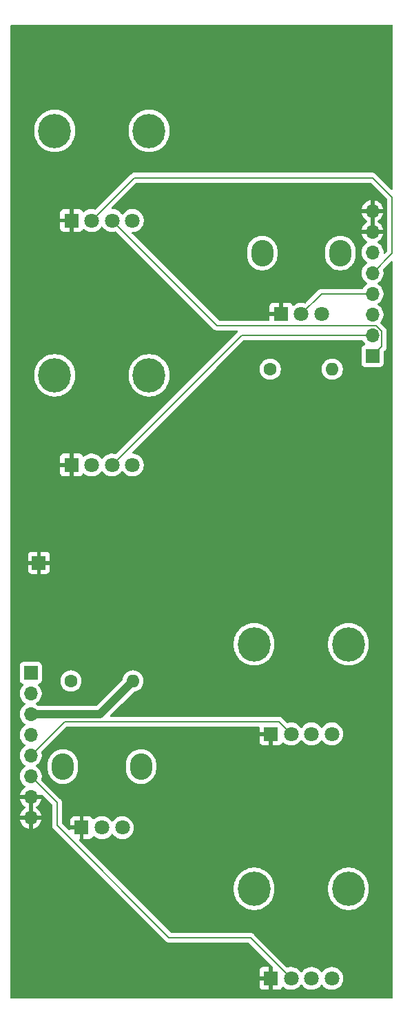
<source format=gtl>
%TF.GenerationSoftware,KiCad,Pcbnew,9.0.4*%
%TF.CreationDate,2025-10-04T20:57:17+02:00*%
%TF.ProjectId,DMH_Dual_VCA_Mk2_PCB_2,444d485f-4475-4616-9c5f-5643415f4d6b,1*%
%TF.SameCoordinates,Original*%
%TF.FileFunction,Copper,L1,Top*%
%TF.FilePolarity,Positive*%
%FSLAX46Y46*%
G04 Gerber Fmt 4.6, Leading zero omitted, Abs format (unit mm)*
G04 Created by KiCad (PCBNEW 9.0.4) date 2025-10-04 20:57:17*
%MOMM*%
%LPD*%
G01*
G04 APERTURE LIST*
%TA.AperFunction,ComponentPad*%
%ADD10O,2.720000X3.240000*%
%TD*%
%TA.AperFunction,ComponentPad*%
%ADD11R,1.800000X1.800000*%
%TD*%
%TA.AperFunction,ComponentPad*%
%ADD12C,1.800000*%
%TD*%
%TA.AperFunction,ComponentPad*%
%ADD13C,1.600000*%
%TD*%
%TA.AperFunction,ComponentPad*%
%ADD14O,1.600000X1.600000*%
%TD*%
%TA.AperFunction,ComponentPad*%
%ADD15O,4.000000X4.200000*%
%TD*%
%TA.AperFunction,ComponentPad*%
%ADD16R,1.700000X1.700000*%
%TD*%
%TA.AperFunction,ComponentPad*%
%ADD17O,1.700000X1.700000*%
%TD*%
%TA.AperFunction,Conductor*%
%ADD18C,1.000000*%
%TD*%
%TA.AperFunction,Conductor*%
%ADD19C,0.200000*%
%TD*%
G04 APERTURE END LIST*
D10*
%TO.P,RV1,*%
%TO.N,*%
X82450000Y-71000000D03*
X92050000Y-71000000D03*
D11*
%TO.P,RV1,1,1*%
%TO.N,GND*%
X84750000Y-78500000D03*
D12*
%TO.P,RV1,2,2*%
%TO.N,/Inputs and Outputs/Offset A Pot*%
X87250000Y-78500000D03*
%TO.P,RV1,3,3*%
%TO.N,Net-(R21-Pad1)*%
X89750000Y-78500000D03*
%TD*%
D13*
%TO.P,R21,1*%
%TO.N,Net-(R21-Pad1)*%
X83440000Y-85250000D03*
D14*
%TO.P,R21,2*%
%TO.N,+12V*%
X91060000Y-85250000D03*
%TD*%
D15*
%TO.P,RV6,*%
%TO.N,*%
X81450000Y-149000000D03*
D12*
X91000000Y-160000000D03*
D15*
X93050000Y-149000000D03*
D11*
%TO.P,RV6,1,1*%
%TO.N,GND*%
X83500000Y-160000000D03*
D12*
%TO.P,RV6,2,2*%
%TO.N,/Inputs and Outputs/CV 2 B Pot*%
X86000000Y-160000000D03*
%TO.P,RV6,3,3*%
%TO.N,/Inputs and Outputs/CV 2 B Jack*%
X88500000Y-160000000D03*
%TD*%
D15*
%TO.P,RV2,*%
%TO.N,*%
X56950000Y-56000000D03*
D12*
X66500000Y-67000000D03*
D15*
X68550000Y-56000000D03*
D11*
%TO.P,RV2,1,1*%
%TO.N,GND*%
X59000000Y-67000000D03*
D12*
%TO.P,RV2,2,2*%
%TO.N,/Inputs and Outputs/CV 1 A Pot*%
X61500000Y-67000000D03*
%TO.P,RV2,3,3*%
%TO.N,/Inputs and Outputs/CV 1 A Jack*%
X64000000Y-67000000D03*
%TD*%
D15*
%TO.P,RV3,*%
%TO.N,*%
X56950000Y-86000000D03*
D12*
X66500000Y-97000000D03*
D15*
X68550000Y-86000000D03*
D11*
%TO.P,RV3,1,1*%
%TO.N,GND*%
X59000000Y-97000000D03*
D12*
%TO.P,RV3,2,2*%
%TO.N,/Inputs and Outputs/CV 2 A Pot*%
X61500000Y-97000000D03*
%TO.P,RV3,3,3*%
%TO.N,/Inputs and Outputs/CV 2 A Jack*%
X64000000Y-97000000D03*
%TD*%
D16*
%TO.P,J0,1,Pin_1*%
%TO.N,GND*%
X55000000Y-109000000D03*
%TD*%
D10*
%TO.P,RV4,*%
%TO.N,*%
X57950000Y-134000000D03*
X67550000Y-134000000D03*
D11*
%TO.P,RV4,1,1*%
%TO.N,GND*%
X60250000Y-141500000D03*
D12*
%TO.P,RV4,2,2*%
%TO.N,/Inputs and Outputs/Offset B Pot*%
X62750000Y-141500000D03*
%TO.P,RV4,3,3*%
%TO.N,Net-(R40-Pad1)*%
X65250000Y-141500000D03*
%TD*%
D15*
%TO.P,RV5,*%
%TO.N,*%
X81450000Y-119000000D03*
D12*
X91000000Y-130000000D03*
D15*
X93050000Y-119000000D03*
D11*
%TO.P,RV5,1,1*%
%TO.N,GND*%
X83500000Y-130000000D03*
D12*
%TO.P,RV5,2,2*%
%TO.N,/Inputs and Outputs/CV 1 B Pot*%
X86000000Y-130000000D03*
%TO.P,RV5,3,3*%
%TO.N,/Inputs and Outputs/CV 1 B Jack*%
X88500000Y-130000000D03*
%TD*%
D13*
%TO.P,R40,1*%
%TO.N,Net-(R40-Pad1)*%
X58940000Y-123500000D03*
D14*
%TO.P,R40,2*%
%TO.N,+12V*%
X66560000Y-123500000D03*
%TD*%
D16*
%TO.P,J60,1,Pin_1*%
%TO.N,/Inputs and Outputs/CV 1 B Jack*%
X54000000Y-122500000D03*
D17*
%TO.P,J60,2,Pin_2*%
%TO.N,/Inputs and Outputs/CV 2 B Jack*%
X54000000Y-125040000D03*
%TO.P,J60,3,Pin_3*%
%TO.N,+12V*%
X54000000Y-127580000D03*
%TO.P,J60,4,Pin_4*%
%TO.N,/Inputs and Outputs/Offset B Pot*%
X54000000Y-130120000D03*
%TO.P,J60,5,Pin_5*%
%TO.N,/Inputs and Outputs/CV 1 B Pot*%
X54000000Y-132660000D03*
%TO.P,J60,6,Pin_6*%
%TO.N,/Inputs and Outputs/CV 2 B Pot*%
X54000000Y-135200000D03*
%TO.P,J60,7,Pin_7*%
%TO.N,GND*%
X54000000Y-137740000D03*
%TO.P,J60,8,Pin_8*%
X54000000Y-140280000D03*
%TD*%
D16*
%TO.P,J50,1,Pin_1*%
%TO.N,/Inputs and Outputs/CV 1 A Jack*%
X96000000Y-83620000D03*
D17*
%TO.P,J50,2,Pin_2*%
%TO.N,/Inputs and Outputs/CV 2 A Jack*%
X96000000Y-81080000D03*
%TO.P,J50,3,Pin_3*%
%TO.N,+12V*%
X96000000Y-78540000D03*
%TO.P,J50,4,Pin_4*%
%TO.N,/Inputs and Outputs/Offset A Pot*%
X96000000Y-76000000D03*
%TO.P,J50,5,Pin_5*%
%TO.N,/Inputs and Outputs/CV 1 A Pot*%
X96000000Y-73460000D03*
%TO.P,J50,6,Pin_6*%
%TO.N,/Inputs and Outputs/CV 2 A Pot*%
X96000000Y-70920000D03*
%TO.P,J50,7,Pin_7*%
%TO.N,GND*%
X96000000Y-68380000D03*
%TO.P,J50,8,Pin_8*%
X96000000Y-65840000D03*
%TD*%
D18*
%TO.N,+12V*%
X62480000Y-127580000D02*
X66560000Y-123500000D01*
X54000000Y-127580000D02*
X62480000Y-127580000D01*
D19*
%TO.N,/Inputs and Outputs/Offset A Pot*%
X89750000Y-76000000D02*
X96000000Y-76000000D01*
X87250000Y-78500000D02*
X89750000Y-76000000D01*
%TO.N,/Inputs and Outputs/CV 1 A Jack*%
X76900000Y-79900000D02*
X64000000Y-67000000D01*
X97151000Y-80603240D02*
X96447760Y-79900000D01*
X96000000Y-83620000D02*
X97151000Y-82469000D01*
X97151000Y-82469000D02*
X97151000Y-80603240D01*
X96447760Y-79900000D02*
X76900000Y-79900000D01*
%TO.N,/Inputs and Outputs/CV 1 A Pot*%
X96000000Y-61750000D02*
X98399000Y-64149000D01*
X98399000Y-64149000D02*
X98399000Y-71061000D01*
X98399000Y-71061000D02*
X96000000Y-73460000D01*
X61500000Y-67000000D02*
X66750000Y-61750000D01*
X66750000Y-61750000D02*
X96000000Y-61750000D01*
%TO.N,/Inputs and Outputs/CV 2 A Jack*%
X79920000Y-81080000D02*
X96000000Y-81080000D01*
X64000000Y-97000000D02*
X79920000Y-81080000D01*
%TO.N,/Inputs and Outputs/CV 1 B Pot*%
X54000000Y-132660000D02*
X58160000Y-128500000D01*
X58160000Y-128500000D02*
X84500000Y-128500000D01*
X84500000Y-128500000D02*
X86000000Y-130000000D01*
%TO.N,/Inputs and Outputs/CV 2 B Pot*%
X57250000Y-141250000D02*
X71000000Y-155000000D01*
X57250000Y-138450000D02*
X57250000Y-141250000D01*
X81000000Y-155000000D02*
X86000000Y-160000000D01*
X71000000Y-155000000D02*
X81000000Y-155000000D01*
X54000000Y-135200000D02*
X57250000Y-138450000D01*
%TD*%
%TA.AperFunction,Conductor*%
%TO.N,GND*%
G36*
X54250000Y-139846988D02*
G01*
X54192993Y-139814075D01*
X54065826Y-139780000D01*
X53934174Y-139780000D01*
X53807007Y-139814075D01*
X53750000Y-139846988D01*
X53750000Y-138173012D01*
X53807007Y-138205925D01*
X53934174Y-138240000D01*
X54065826Y-138240000D01*
X54192993Y-138205925D01*
X54250000Y-138173012D01*
X54250000Y-139846988D01*
G37*
%TD.AperFunction*%
%TA.AperFunction,Conductor*%
G36*
X98442539Y-43020185D02*
G01*
X98488294Y-43072989D01*
X98499500Y-43124500D01*
X98499500Y-63100903D01*
X98479815Y-63167942D01*
X98427011Y-63213697D01*
X98357853Y-63223641D01*
X98294297Y-63194616D01*
X98287819Y-63188584D01*
X96487590Y-61388355D01*
X96487588Y-61388352D01*
X96368717Y-61269481D01*
X96368716Y-61269480D01*
X96281904Y-61219360D01*
X96281904Y-61219359D01*
X96281900Y-61219358D01*
X96231785Y-61190423D01*
X96079057Y-61149499D01*
X95920943Y-61149499D01*
X95913347Y-61149499D01*
X95913331Y-61149500D01*
X66829057Y-61149500D01*
X66670942Y-61149500D01*
X66518215Y-61190423D01*
X66518214Y-61190423D01*
X66518212Y-61190424D01*
X66518209Y-61190425D01*
X66468096Y-61219359D01*
X66468095Y-61219360D01*
X66424689Y-61244420D01*
X66381285Y-61269479D01*
X66381282Y-61269481D01*
X66269478Y-61381286D01*
X62024202Y-65626561D01*
X61962879Y-65660046D01*
X61898203Y-65656811D01*
X61868029Y-65647007D01*
X61827952Y-65633985D01*
X61719086Y-65616742D01*
X61610222Y-65599500D01*
X61389778Y-65599500D01*
X61317201Y-65610995D01*
X61172047Y-65633985D01*
X60962396Y-65702103D01*
X60962393Y-65702104D01*
X60765974Y-65802187D01*
X60587641Y-65931752D01*
X60587635Y-65931757D01*
X60566207Y-65953185D01*
X60504884Y-65986669D01*
X60435192Y-65981683D01*
X60379259Y-65939810D01*
X60362346Y-65908834D01*
X60343355Y-65857915D01*
X60343350Y-65857906D01*
X60257190Y-65742812D01*
X60257187Y-65742809D01*
X60142093Y-65656649D01*
X60142086Y-65656645D01*
X60007379Y-65606403D01*
X60007372Y-65606401D01*
X59947844Y-65600000D01*
X59250000Y-65600000D01*
X59250000Y-66566988D01*
X59192993Y-66534075D01*
X59065826Y-66500000D01*
X58934174Y-66500000D01*
X58807007Y-66534075D01*
X58750000Y-66566988D01*
X58750000Y-65600000D01*
X58052155Y-65600000D01*
X57992627Y-65606401D01*
X57992620Y-65606403D01*
X57857913Y-65656645D01*
X57857906Y-65656649D01*
X57742812Y-65742809D01*
X57742809Y-65742812D01*
X57656649Y-65857906D01*
X57656645Y-65857913D01*
X57606403Y-65992620D01*
X57606401Y-65992627D01*
X57600000Y-66052155D01*
X57600000Y-66750000D01*
X58566988Y-66750000D01*
X58534075Y-66807007D01*
X58500000Y-66934174D01*
X58500000Y-67065826D01*
X58534075Y-67192993D01*
X58566988Y-67250000D01*
X57600000Y-67250000D01*
X57600000Y-67947844D01*
X57606401Y-68007372D01*
X57606403Y-68007379D01*
X57656645Y-68142086D01*
X57656649Y-68142093D01*
X57742809Y-68257187D01*
X57742812Y-68257190D01*
X57857906Y-68343350D01*
X57857913Y-68343354D01*
X57992620Y-68393596D01*
X57992627Y-68393598D01*
X58052155Y-68399999D01*
X58052172Y-68400000D01*
X58750000Y-68400000D01*
X58750000Y-67433012D01*
X58807007Y-67465925D01*
X58934174Y-67500000D01*
X59065826Y-67500000D01*
X59192993Y-67465925D01*
X59250000Y-67433012D01*
X59250000Y-68400000D01*
X59947828Y-68400000D01*
X59947844Y-68399999D01*
X60007372Y-68393598D01*
X60007379Y-68393596D01*
X60142086Y-68343354D01*
X60142093Y-68343350D01*
X60257187Y-68257190D01*
X60257190Y-68257187D01*
X60343350Y-68142093D01*
X60343353Y-68142088D01*
X60362345Y-68091166D01*
X60404215Y-68035232D01*
X60469679Y-68010813D01*
X60537952Y-68025663D01*
X60566209Y-68046816D01*
X60587636Y-68068243D01*
X60587641Y-68068247D01*
X60743192Y-68181260D01*
X60765978Y-68197815D01*
X60882501Y-68257187D01*
X60962393Y-68297895D01*
X60962396Y-68297896D01*
X61012496Y-68314174D01*
X61172049Y-68366015D01*
X61389778Y-68400500D01*
X61389779Y-68400500D01*
X61610221Y-68400500D01*
X61610222Y-68400500D01*
X61827951Y-68366015D01*
X62037606Y-68297895D01*
X62234022Y-68197815D01*
X62412365Y-68068242D01*
X62568242Y-67912365D01*
X62649682Y-67800270D01*
X62705011Y-67757606D01*
X62774624Y-67751627D01*
X62836420Y-67784232D01*
X62850313Y-67800265D01*
X62895008Y-67861782D01*
X62931758Y-67912365D01*
X63087636Y-68068243D01*
X63087641Y-68068247D01*
X63243192Y-68181260D01*
X63265978Y-68197815D01*
X63382501Y-68257187D01*
X63462393Y-68297895D01*
X63462396Y-68297896D01*
X63512496Y-68314174D01*
X63672049Y-68366015D01*
X63889778Y-68400500D01*
X63889779Y-68400500D01*
X64110221Y-68400500D01*
X64110222Y-68400500D01*
X64327951Y-68366015D01*
X64398205Y-68343187D01*
X64468044Y-68341192D01*
X64524203Y-68373438D01*
X76415139Y-80264374D01*
X76415149Y-80264385D01*
X76419479Y-80268715D01*
X76419480Y-80268716D01*
X76531284Y-80380520D01*
X76618095Y-80430639D01*
X76618097Y-80430641D01*
X76656151Y-80452611D01*
X76668215Y-80459577D01*
X76820943Y-80500501D01*
X76820946Y-80500501D01*
X76986653Y-80500501D01*
X76986669Y-80500500D01*
X79350902Y-80500500D01*
X79417941Y-80520185D01*
X79463696Y-80572989D01*
X79473640Y-80642147D01*
X79444615Y-80705703D01*
X79438583Y-80712181D01*
X64524202Y-95626561D01*
X64462879Y-95660046D01*
X64398203Y-95656811D01*
X64373584Y-95648812D01*
X64327952Y-95633985D01*
X64219086Y-95616742D01*
X64110222Y-95599500D01*
X63889778Y-95599500D01*
X63817201Y-95610995D01*
X63672047Y-95633985D01*
X63462396Y-95702103D01*
X63462393Y-95702104D01*
X63265974Y-95802187D01*
X63087641Y-95931752D01*
X63087636Y-95931756D01*
X62931756Y-96087636D01*
X62931752Y-96087641D01*
X62850318Y-96199727D01*
X62794989Y-96242393D01*
X62725375Y-96248372D01*
X62663580Y-96215767D01*
X62649682Y-96199727D01*
X62568247Y-96087641D01*
X62568243Y-96087636D01*
X62412363Y-95931756D01*
X62412358Y-95931752D01*
X62234025Y-95802187D01*
X62234024Y-95802186D01*
X62234022Y-95802185D01*
X62171096Y-95770122D01*
X62037606Y-95702104D01*
X62037603Y-95702103D01*
X61827952Y-95633985D01*
X61719086Y-95616742D01*
X61610222Y-95599500D01*
X61389778Y-95599500D01*
X61317201Y-95610995D01*
X61172047Y-95633985D01*
X60962396Y-95702103D01*
X60962393Y-95702104D01*
X60765974Y-95802187D01*
X60587641Y-95931752D01*
X60587635Y-95931757D01*
X60566207Y-95953185D01*
X60504884Y-95986669D01*
X60435192Y-95981683D01*
X60379259Y-95939810D01*
X60362346Y-95908834D01*
X60343355Y-95857915D01*
X60343350Y-95857906D01*
X60257190Y-95742812D01*
X60257187Y-95742809D01*
X60142093Y-95656649D01*
X60142086Y-95656645D01*
X60007379Y-95606403D01*
X60007372Y-95606401D01*
X59947844Y-95600000D01*
X59250000Y-95600000D01*
X59250000Y-96566988D01*
X59192993Y-96534075D01*
X59065826Y-96500000D01*
X58934174Y-96500000D01*
X58807007Y-96534075D01*
X58750000Y-96566988D01*
X58750000Y-95600000D01*
X58052155Y-95600000D01*
X57992627Y-95606401D01*
X57992620Y-95606403D01*
X57857913Y-95656645D01*
X57857906Y-95656649D01*
X57742812Y-95742809D01*
X57742809Y-95742812D01*
X57656649Y-95857906D01*
X57656645Y-95857913D01*
X57606403Y-95992620D01*
X57606401Y-95992627D01*
X57600000Y-96052155D01*
X57600000Y-96750000D01*
X58566988Y-96750000D01*
X58534075Y-96807007D01*
X58500000Y-96934174D01*
X58500000Y-97065826D01*
X58534075Y-97192993D01*
X58566988Y-97250000D01*
X57600000Y-97250000D01*
X57600000Y-97947844D01*
X57606401Y-98007372D01*
X57606403Y-98007379D01*
X57656645Y-98142086D01*
X57656649Y-98142093D01*
X57742809Y-98257187D01*
X57742812Y-98257190D01*
X57857906Y-98343350D01*
X57857913Y-98343354D01*
X57992620Y-98393596D01*
X57992627Y-98393598D01*
X58052155Y-98399999D01*
X58052172Y-98400000D01*
X58750000Y-98400000D01*
X58750000Y-97433012D01*
X58807007Y-97465925D01*
X58934174Y-97500000D01*
X59065826Y-97500000D01*
X59192993Y-97465925D01*
X59250000Y-97433012D01*
X59250000Y-98400000D01*
X59947828Y-98400000D01*
X59947844Y-98399999D01*
X60007372Y-98393598D01*
X60007379Y-98393596D01*
X60142086Y-98343354D01*
X60142093Y-98343350D01*
X60257187Y-98257190D01*
X60257190Y-98257187D01*
X60343350Y-98142093D01*
X60343353Y-98142088D01*
X60362345Y-98091166D01*
X60404215Y-98035232D01*
X60469679Y-98010813D01*
X60537952Y-98025663D01*
X60566209Y-98046816D01*
X60587636Y-98068243D01*
X60587641Y-98068247D01*
X60743192Y-98181260D01*
X60765978Y-98197815D01*
X60882501Y-98257187D01*
X60962393Y-98297895D01*
X60962396Y-98297896D01*
X61067221Y-98331955D01*
X61172049Y-98366015D01*
X61389778Y-98400500D01*
X61389779Y-98400500D01*
X61610221Y-98400500D01*
X61610222Y-98400500D01*
X61827951Y-98366015D01*
X62037606Y-98297895D01*
X62234022Y-98197815D01*
X62412365Y-98068242D01*
X62568242Y-97912365D01*
X62649682Y-97800270D01*
X62705011Y-97757606D01*
X62774624Y-97751627D01*
X62836420Y-97784232D01*
X62850313Y-97800265D01*
X62931753Y-97912358D01*
X62931758Y-97912365D01*
X63087636Y-98068243D01*
X63087641Y-98068247D01*
X63243192Y-98181260D01*
X63265978Y-98197815D01*
X63382501Y-98257187D01*
X63462393Y-98297895D01*
X63462396Y-98297896D01*
X63567221Y-98331955D01*
X63672049Y-98366015D01*
X63889778Y-98400500D01*
X63889779Y-98400500D01*
X64110221Y-98400500D01*
X64110222Y-98400500D01*
X64327951Y-98366015D01*
X64537606Y-98297895D01*
X64734022Y-98197815D01*
X64912365Y-98068242D01*
X65068242Y-97912365D01*
X65149682Y-97800270D01*
X65205011Y-97757606D01*
X65274624Y-97751627D01*
X65336420Y-97784232D01*
X65350313Y-97800265D01*
X65431753Y-97912358D01*
X65431758Y-97912365D01*
X65587636Y-98068243D01*
X65587641Y-98068247D01*
X65743192Y-98181260D01*
X65765978Y-98197815D01*
X65882501Y-98257187D01*
X65962393Y-98297895D01*
X65962396Y-98297896D01*
X66067221Y-98331955D01*
X66172049Y-98366015D01*
X66389778Y-98400500D01*
X66389779Y-98400500D01*
X66610221Y-98400500D01*
X66610222Y-98400500D01*
X66827951Y-98366015D01*
X67037606Y-98297895D01*
X67234022Y-98197815D01*
X67412365Y-98068242D01*
X67568242Y-97912365D01*
X67697815Y-97734022D01*
X67797895Y-97537606D01*
X67866015Y-97327951D01*
X67900500Y-97110222D01*
X67900500Y-96889778D01*
X67866015Y-96672049D01*
X67797895Y-96462394D01*
X67797895Y-96462393D01*
X67763237Y-96394375D01*
X67697815Y-96265978D01*
X67649681Y-96199727D01*
X67568247Y-96087641D01*
X67568243Y-96087636D01*
X67412363Y-95931756D01*
X67412358Y-95931752D01*
X67234025Y-95802187D01*
X67234024Y-95802186D01*
X67234022Y-95802185D01*
X67171096Y-95770122D01*
X67037606Y-95702104D01*
X67037603Y-95702103D01*
X66827952Y-95633985D01*
X66719086Y-95616742D01*
X66610222Y-95599500D01*
X66549096Y-95599500D01*
X66482057Y-95579815D01*
X66436302Y-95527011D01*
X66426358Y-95457853D01*
X66455383Y-95394297D01*
X66461415Y-95387819D01*
X76701587Y-85147648D01*
X82139500Y-85147648D01*
X82139500Y-85352351D01*
X82171522Y-85554534D01*
X82234781Y-85749223D01*
X82327715Y-85931613D01*
X82448028Y-86097213D01*
X82592786Y-86241971D01*
X82747749Y-86354556D01*
X82758390Y-86362287D01*
X82874607Y-86421503D01*
X82940776Y-86455218D01*
X82940778Y-86455218D01*
X82940781Y-86455220D01*
X83045137Y-86489127D01*
X83135465Y-86518477D01*
X83236557Y-86534488D01*
X83337648Y-86550500D01*
X83337649Y-86550500D01*
X83542351Y-86550500D01*
X83542352Y-86550500D01*
X83744534Y-86518477D01*
X83939219Y-86455220D01*
X84121610Y-86362287D01*
X84214590Y-86294732D01*
X84287213Y-86241971D01*
X84287215Y-86241968D01*
X84287219Y-86241966D01*
X84431966Y-86097219D01*
X84431968Y-86097215D01*
X84431971Y-86097213D01*
X84484732Y-86024590D01*
X84552287Y-85931610D01*
X84645220Y-85749219D01*
X84708477Y-85554534D01*
X84740500Y-85352352D01*
X84740500Y-85147648D01*
X89759500Y-85147648D01*
X89759500Y-85352351D01*
X89791522Y-85554534D01*
X89854781Y-85749223D01*
X89947715Y-85931613D01*
X90068028Y-86097213D01*
X90212786Y-86241971D01*
X90367749Y-86354556D01*
X90378390Y-86362287D01*
X90494607Y-86421503D01*
X90560776Y-86455218D01*
X90560778Y-86455218D01*
X90560781Y-86455220D01*
X90665137Y-86489127D01*
X90755465Y-86518477D01*
X90856557Y-86534488D01*
X90957648Y-86550500D01*
X90957649Y-86550500D01*
X91162351Y-86550500D01*
X91162352Y-86550500D01*
X91364534Y-86518477D01*
X91559219Y-86455220D01*
X91741610Y-86362287D01*
X91834590Y-86294732D01*
X91907213Y-86241971D01*
X91907215Y-86241968D01*
X91907219Y-86241966D01*
X92051966Y-86097219D01*
X92051968Y-86097215D01*
X92051971Y-86097213D01*
X92104732Y-86024590D01*
X92172287Y-85931610D01*
X92265220Y-85749219D01*
X92328477Y-85554534D01*
X92360500Y-85352352D01*
X92360500Y-85147648D01*
X92328477Y-84945466D01*
X92327218Y-84941592D01*
X92265218Y-84750776D01*
X92231503Y-84684607D01*
X92172287Y-84568390D01*
X92135584Y-84517872D01*
X92051971Y-84402786D01*
X91907213Y-84258028D01*
X91741613Y-84137715D01*
X91741612Y-84137714D01*
X91741610Y-84137713D01*
X91684653Y-84108691D01*
X91559223Y-84044781D01*
X91364534Y-83981522D01*
X91189995Y-83953878D01*
X91162352Y-83949500D01*
X90957648Y-83949500D01*
X90933329Y-83953351D01*
X90755465Y-83981522D01*
X90560776Y-84044781D01*
X90378386Y-84137715D01*
X90212786Y-84258028D01*
X90068028Y-84402786D01*
X89947715Y-84568386D01*
X89854781Y-84750776D01*
X89791522Y-84945465D01*
X89759500Y-85147648D01*
X84740500Y-85147648D01*
X84708477Y-84945466D01*
X84707218Y-84941592D01*
X84645218Y-84750776D01*
X84611503Y-84684607D01*
X84552287Y-84568390D01*
X84515584Y-84517872D01*
X84431971Y-84402786D01*
X84287213Y-84258028D01*
X84121613Y-84137715D01*
X84121612Y-84137714D01*
X84121610Y-84137713D01*
X84064653Y-84108691D01*
X83939223Y-84044781D01*
X83744534Y-83981522D01*
X83569995Y-83953878D01*
X83542352Y-83949500D01*
X83337648Y-83949500D01*
X83313329Y-83953351D01*
X83135465Y-83981522D01*
X82940776Y-84044781D01*
X82758386Y-84137715D01*
X82592786Y-84258028D01*
X82448028Y-84402786D01*
X82327715Y-84568386D01*
X82234781Y-84750776D01*
X82171522Y-84945465D01*
X82139500Y-85147648D01*
X76701587Y-85147648D01*
X76794140Y-85055095D01*
X80132416Y-81716819D01*
X80193739Y-81683334D01*
X80220097Y-81680500D01*
X94714281Y-81680500D01*
X94781320Y-81700185D01*
X94824765Y-81748205D01*
X94844947Y-81787814D01*
X94844948Y-81787815D01*
X94969890Y-81959786D01*
X95083430Y-82073326D01*
X95116915Y-82134649D01*
X95111931Y-82204341D01*
X95070059Y-82260274D01*
X95039083Y-82277189D01*
X94907669Y-82326203D01*
X94907664Y-82326206D01*
X94792455Y-82412452D01*
X94792452Y-82412455D01*
X94706206Y-82527664D01*
X94706202Y-82527671D01*
X94655908Y-82662517D01*
X94649501Y-82722116D01*
X94649500Y-82722127D01*
X94649500Y-84517870D01*
X94649501Y-84517876D01*
X94655908Y-84577483D01*
X94706202Y-84712328D01*
X94706206Y-84712335D01*
X94792452Y-84827544D01*
X94792455Y-84827547D01*
X94907664Y-84913793D01*
X94907671Y-84913797D01*
X95042517Y-84964091D01*
X95042516Y-84964091D01*
X95049444Y-84964835D01*
X95102127Y-84970500D01*
X96897872Y-84970499D01*
X96957483Y-84964091D01*
X97092331Y-84913796D01*
X97207546Y-84827546D01*
X97293796Y-84712331D01*
X97344091Y-84577483D01*
X97350500Y-84517873D01*
X97350499Y-83170095D01*
X97359143Y-83140655D01*
X97365667Y-83110669D01*
X97369421Y-83105653D01*
X97370184Y-83103057D01*
X97386813Y-83082420D01*
X97509506Y-82959728D01*
X97509511Y-82959724D01*
X97519714Y-82949520D01*
X97519716Y-82949520D01*
X97631520Y-82837716D01*
X97698255Y-82722127D01*
X97710577Y-82700785D01*
X97751501Y-82548057D01*
X97751501Y-82389942D01*
X97751501Y-82382347D01*
X97751500Y-82382329D01*
X97751500Y-80692300D01*
X97751501Y-80692287D01*
X97751501Y-80524184D01*
X97750493Y-80520423D01*
X97710577Y-80371456D01*
X97651259Y-80268713D01*
X97631524Y-80234530D01*
X97631518Y-80234522D01*
X97011126Y-79614131D01*
X96977641Y-79552808D01*
X96982625Y-79483117D01*
X97011126Y-79438769D01*
X97030104Y-79419792D01*
X97030106Y-79419788D01*
X97030109Y-79419786D01*
X97155048Y-79247820D01*
X97155047Y-79247820D01*
X97155051Y-79247816D01*
X97251557Y-79058412D01*
X97317246Y-78856243D01*
X97350500Y-78646287D01*
X97350500Y-78433713D01*
X97317246Y-78223757D01*
X97251557Y-78021588D01*
X97155051Y-77832184D01*
X97155049Y-77832181D01*
X97155048Y-77832179D01*
X97030109Y-77660213D01*
X96879786Y-77509890D01*
X96707820Y-77384951D01*
X96707115Y-77384591D01*
X96699054Y-77380485D01*
X96648259Y-77332512D01*
X96631463Y-77264692D01*
X96653999Y-77198556D01*
X96699054Y-77159515D01*
X96707816Y-77155051D01*
X96774775Y-77106403D01*
X96879786Y-77030109D01*
X96879788Y-77030106D01*
X96879792Y-77030104D01*
X97030104Y-76879792D01*
X97030106Y-76879788D01*
X97030109Y-76879786D01*
X97155048Y-76707820D01*
X97155047Y-76707820D01*
X97155051Y-76707816D01*
X97251557Y-76518412D01*
X97317246Y-76316243D01*
X97350500Y-76106287D01*
X97350500Y-75893713D01*
X97317246Y-75683757D01*
X97251557Y-75481588D01*
X97155051Y-75292184D01*
X97155049Y-75292181D01*
X97155048Y-75292179D01*
X97030109Y-75120213D01*
X96879786Y-74969890D01*
X96707820Y-74844951D01*
X96707115Y-74844591D01*
X96699054Y-74840485D01*
X96648259Y-74792512D01*
X96631463Y-74724692D01*
X96653999Y-74658556D01*
X96699054Y-74619515D01*
X96707816Y-74615051D01*
X96729789Y-74599086D01*
X96879786Y-74490109D01*
X96879788Y-74490106D01*
X96879792Y-74490104D01*
X97030104Y-74339792D01*
X97030106Y-74339788D01*
X97030109Y-74339786D01*
X97155048Y-74167820D01*
X97155047Y-74167820D01*
X97155051Y-74167816D01*
X97251557Y-73978412D01*
X97317246Y-73776243D01*
X97350500Y-73566287D01*
X97350500Y-73353713D01*
X97317246Y-73143757D01*
X97303506Y-73101473D01*
X97301512Y-73031635D01*
X97333755Y-72975478D01*
X98287820Y-72021414D01*
X98349142Y-71987930D01*
X98418834Y-71992914D01*
X98474767Y-72034786D01*
X98499184Y-72100250D01*
X98499500Y-72109096D01*
X98499500Y-162375500D01*
X98479815Y-162442539D01*
X98427011Y-162488294D01*
X98375500Y-162499500D01*
X51624500Y-162499500D01*
X51557461Y-162479815D01*
X51511706Y-162427011D01*
X51500500Y-162375500D01*
X51500500Y-121602135D01*
X52649500Y-121602135D01*
X52649500Y-123397870D01*
X52649501Y-123397876D01*
X52655908Y-123457483D01*
X52706202Y-123592328D01*
X52706206Y-123592335D01*
X52792452Y-123707544D01*
X52792455Y-123707547D01*
X52907664Y-123793793D01*
X52907671Y-123793797D01*
X53039082Y-123842810D01*
X53095016Y-123884681D01*
X53119433Y-123950145D01*
X53104582Y-124018418D01*
X53083431Y-124046673D01*
X52969889Y-124160215D01*
X52844951Y-124332179D01*
X52748444Y-124521585D01*
X52682753Y-124723760D01*
X52649500Y-124933713D01*
X52649500Y-125146286D01*
X52682753Y-125356239D01*
X52748444Y-125558414D01*
X52844951Y-125747820D01*
X52969890Y-125919786D01*
X53120213Y-126070109D01*
X53292182Y-126195050D01*
X53300946Y-126199516D01*
X53351742Y-126247491D01*
X53368536Y-126315312D01*
X53345998Y-126381447D01*
X53300946Y-126420484D01*
X53292182Y-126424949D01*
X53120213Y-126549890D01*
X52969890Y-126700213D01*
X52844951Y-126872179D01*
X52748444Y-127061585D01*
X52682753Y-127263760D01*
X52649500Y-127473713D01*
X52649500Y-127686286D01*
X52671788Y-127827011D01*
X52682754Y-127896243D01*
X52722796Y-128019480D01*
X52748444Y-128098414D01*
X52844951Y-128287820D01*
X52969890Y-128459786D01*
X53120213Y-128610109D01*
X53292182Y-128735050D01*
X53300946Y-128739516D01*
X53351742Y-128787491D01*
X53368536Y-128855312D01*
X53345998Y-128921447D01*
X53300946Y-128960484D01*
X53292182Y-128964949D01*
X53120213Y-129089890D01*
X52969890Y-129240213D01*
X52844951Y-129412179D01*
X52748444Y-129601585D01*
X52682753Y-129803760D01*
X52662098Y-129934174D01*
X52649500Y-130013713D01*
X52649500Y-130226287D01*
X52682754Y-130436243D01*
X52710321Y-130521086D01*
X52748444Y-130638414D01*
X52844951Y-130827820D01*
X52969890Y-130999786D01*
X53120213Y-131150109D01*
X53292182Y-131275050D01*
X53300946Y-131279516D01*
X53351742Y-131327491D01*
X53368536Y-131395312D01*
X53345998Y-131461447D01*
X53300946Y-131500484D01*
X53292182Y-131504949D01*
X53120213Y-131629890D01*
X52969890Y-131780213D01*
X52844951Y-131952179D01*
X52748444Y-132141585D01*
X52682753Y-132343760D01*
X52649500Y-132553713D01*
X52649500Y-132766287D01*
X52682754Y-132976243D01*
X52736179Y-133140669D01*
X52748444Y-133178414D01*
X52844951Y-133367820D01*
X52969890Y-133539786D01*
X53120213Y-133690109D01*
X53292182Y-133815050D01*
X53300946Y-133819516D01*
X53351742Y-133867491D01*
X53368536Y-133935312D01*
X53345998Y-134001447D01*
X53300946Y-134040484D01*
X53292182Y-134044949D01*
X53120213Y-134169890D01*
X52969890Y-134320213D01*
X52844951Y-134492179D01*
X52748444Y-134681585D01*
X52682753Y-134883760D01*
X52649500Y-135093713D01*
X52649500Y-135306286D01*
X52682753Y-135516239D01*
X52682753Y-135516241D01*
X52682754Y-135516243D01*
X52737431Y-135684522D01*
X52748444Y-135718414D01*
X52844951Y-135907820D01*
X52969890Y-136079786D01*
X53120213Y-136230109D01*
X53292179Y-136355048D01*
X53292181Y-136355049D01*
X53292184Y-136355051D01*
X53301493Y-136359794D01*
X53352290Y-136407766D01*
X53369087Y-136475587D01*
X53346552Y-136541722D01*
X53301502Y-136580762D01*
X53292443Y-136585378D01*
X53120540Y-136710272D01*
X53120535Y-136710276D01*
X52970276Y-136860535D01*
X52970272Y-136860540D01*
X52845379Y-137032442D01*
X52748904Y-137221782D01*
X52683242Y-137423870D01*
X52683242Y-137423873D01*
X52672769Y-137490000D01*
X53566988Y-137490000D01*
X53534075Y-137547007D01*
X53500000Y-137674174D01*
X53500000Y-137805826D01*
X53534075Y-137932993D01*
X53566988Y-137990000D01*
X52672769Y-137990000D01*
X52683242Y-138056126D01*
X52683242Y-138056129D01*
X52748904Y-138258217D01*
X52845379Y-138447557D01*
X52970272Y-138619459D01*
X52970276Y-138619464D01*
X53120535Y-138769723D01*
X53120540Y-138769727D01*
X53292444Y-138894622D01*
X53302048Y-138899516D01*
X53352844Y-138947491D01*
X53369638Y-139015312D01*
X53347100Y-139081447D01*
X53302048Y-139120484D01*
X53292444Y-139125377D01*
X53120540Y-139250272D01*
X53120535Y-139250276D01*
X52970276Y-139400535D01*
X52970272Y-139400540D01*
X52845379Y-139572442D01*
X52748904Y-139761782D01*
X52683242Y-139963870D01*
X52683242Y-139963873D01*
X52672769Y-140030000D01*
X53566988Y-140030000D01*
X53534075Y-140087007D01*
X53500000Y-140214174D01*
X53500000Y-140345826D01*
X53534075Y-140472993D01*
X53566988Y-140530000D01*
X52672769Y-140530000D01*
X52683242Y-140596126D01*
X52683242Y-140596129D01*
X52748904Y-140798217D01*
X52845379Y-140987557D01*
X52970272Y-141159459D01*
X52970276Y-141159464D01*
X53120535Y-141309723D01*
X53120540Y-141309727D01*
X53292442Y-141434620D01*
X53481782Y-141531095D01*
X53683871Y-141596757D01*
X53750000Y-141607231D01*
X53750000Y-140713012D01*
X53807007Y-140745925D01*
X53934174Y-140780000D01*
X54065826Y-140780000D01*
X54192993Y-140745925D01*
X54250000Y-140713012D01*
X54250000Y-141607230D01*
X54316126Y-141596757D01*
X54316129Y-141596757D01*
X54518217Y-141531095D01*
X54707557Y-141434620D01*
X54879459Y-141309727D01*
X54879464Y-141309723D01*
X55029723Y-141159464D01*
X55029727Y-141159459D01*
X55154620Y-140987557D01*
X55251095Y-140798217D01*
X55316757Y-140596129D01*
X55316757Y-140596126D01*
X55327231Y-140530000D01*
X54433012Y-140530000D01*
X54465925Y-140472993D01*
X54500000Y-140345826D01*
X54500000Y-140214174D01*
X54465925Y-140087007D01*
X54433012Y-140030000D01*
X55327231Y-140030000D01*
X55316757Y-139963873D01*
X55316757Y-139963870D01*
X55251095Y-139761782D01*
X55154620Y-139572442D01*
X55029727Y-139400540D01*
X55029723Y-139400535D01*
X54879464Y-139250276D01*
X54879459Y-139250272D01*
X54707558Y-139125379D01*
X54697954Y-139120486D01*
X54647157Y-139072512D01*
X54630361Y-139004692D01*
X54652897Y-138938556D01*
X54697954Y-138899514D01*
X54707558Y-138894620D01*
X54879459Y-138769727D01*
X54879464Y-138769723D01*
X55029723Y-138619464D01*
X55029727Y-138619459D01*
X55154620Y-138447557D01*
X55251095Y-138258217D01*
X55316757Y-138056129D01*
X55316757Y-138056126D01*
X55327231Y-137990000D01*
X54433012Y-137990000D01*
X54465925Y-137932993D01*
X54500000Y-137805826D01*
X54500000Y-137674174D01*
X54465925Y-137547007D01*
X54433012Y-137490000D01*
X55384396Y-137490000D01*
X55384396Y-137492335D01*
X55420764Y-137492069D01*
X55474383Y-137523618D01*
X56613181Y-138662416D01*
X56646666Y-138723739D01*
X56649500Y-138750097D01*
X56649500Y-141163330D01*
X56649499Y-141163348D01*
X56649499Y-141329054D01*
X56649498Y-141329054D01*
X56690423Y-141481785D01*
X56719358Y-141531900D01*
X56719359Y-141531904D01*
X56719360Y-141531904D01*
X56769479Y-141618714D01*
X56769481Y-141618717D01*
X56888349Y-141737585D01*
X56888355Y-141737590D01*
X70515139Y-155364374D01*
X70515149Y-155364385D01*
X70519479Y-155368715D01*
X70519480Y-155368716D01*
X70631284Y-155480520D01*
X70631286Y-155480521D01*
X70631290Y-155480524D01*
X70768209Y-155559573D01*
X70768216Y-155559577D01*
X70880019Y-155589534D01*
X70920942Y-155600500D01*
X70920943Y-155600500D01*
X80699903Y-155600500D01*
X80766942Y-155620185D01*
X80787584Y-155636819D01*
X83713681Y-158562916D01*
X83747166Y-158624239D01*
X83750000Y-158650597D01*
X83750000Y-159566988D01*
X83692993Y-159534075D01*
X83565826Y-159500000D01*
X83434174Y-159500000D01*
X83307007Y-159534075D01*
X83250000Y-159566988D01*
X83250000Y-158600000D01*
X82552155Y-158600000D01*
X82492627Y-158606401D01*
X82492620Y-158606403D01*
X82357913Y-158656645D01*
X82357906Y-158656649D01*
X82242812Y-158742809D01*
X82242809Y-158742812D01*
X82156649Y-158857906D01*
X82156645Y-158857913D01*
X82106403Y-158992620D01*
X82106401Y-158992627D01*
X82100000Y-159052155D01*
X82100000Y-159750000D01*
X83066988Y-159750000D01*
X83034075Y-159807007D01*
X83000000Y-159934174D01*
X83000000Y-160065826D01*
X83034075Y-160192993D01*
X83066988Y-160250000D01*
X82100000Y-160250000D01*
X82100000Y-160947844D01*
X82106401Y-161007372D01*
X82106403Y-161007379D01*
X82156645Y-161142086D01*
X82156649Y-161142093D01*
X82242809Y-161257187D01*
X82242812Y-161257190D01*
X82357906Y-161343350D01*
X82357913Y-161343354D01*
X82492620Y-161393596D01*
X82492627Y-161393598D01*
X82552155Y-161399999D01*
X82552172Y-161400000D01*
X83250000Y-161400000D01*
X83250000Y-160433012D01*
X83307007Y-160465925D01*
X83434174Y-160500000D01*
X83565826Y-160500000D01*
X83692993Y-160465925D01*
X83750000Y-160433012D01*
X83750000Y-161400000D01*
X84447828Y-161400000D01*
X84447844Y-161399999D01*
X84507372Y-161393598D01*
X84507379Y-161393596D01*
X84642086Y-161343354D01*
X84642093Y-161343350D01*
X84757187Y-161257190D01*
X84757190Y-161257187D01*
X84843350Y-161142093D01*
X84843353Y-161142088D01*
X84862345Y-161091166D01*
X84904215Y-161035232D01*
X84969679Y-161010813D01*
X85037952Y-161025663D01*
X85066209Y-161046816D01*
X85087636Y-161068243D01*
X85087641Y-161068247D01*
X85243192Y-161181260D01*
X85265978Y-161197815D01*
X85382501Y-161257187D01*
X85462393Y-161297895D01*
X85462396Y-161297896D01*
X85567221Y-161331955D01*
X85672049Y-161366015D01*
X85889778Y-161400500D01*
X85889779Y-161400500D01*
X86110221Y-161400500D01*
X86110222Y-161400500D01*
X86327951Y-161366015D01*
X86537606Y-161297895D01*
X86734022Y-161197815D01*
X86912365Y-161068242D01*
X87068242Y-160912365D01*
X87149682Y-160800270D01*
X87205011Y-160757606D01*
X87274624Y-160751627D01*
X87336420Y-160784232D01*
X87350313Y-160800265D01*
X87431753Y-160912358D01*
X87431758Y-160912365D01*
X87587636Y-161068243D01*
X87587641Y-161068247D01*
X87743192Y-161181260D01*
X87765978Y-161197815D01*
X87882501Y-161257187D01*
X87962393Y-161297895D01*
X87962396Y-161297896D01*
X88067221Y-161331955D01*
X88172049Y-161366015D01*
X88389778Y-161400500D01*
X88389779Y-161400500D01*
X88610221Y-161400500D01*
X88610222Y-161400500D01*
X88827951Y-161366015D01*
X89037606Y-161297895D01*
X89234022Y-161197815D01*
X89412365Y-161068242D01*
X89568242Y-160912365D01*
X89649682Y-160800270D01*
X89705011Y-160757606D01*
X89774624Y-160751627D01*
X89836420Y-160784232D01*
X89850313Y-160800265D01*
X89931753Y-160912358D01*
X89931758Y-160912365D01*
X90087636Y-161068243D01*
X90087641Y-161068247D01*
X90243192Y-161181260D01*
X90265978Y-161197815D01*
X90382501Y-161257187D01*
X90462393Y-161297895D01*
X90462396Y-161297896D01*
X90567221Y-161331955D01*
X90672049Y-161366015D01*
X90889778Y-161400500D01*
X90889779Y-161400500D01*
X91110221Y-161400500D01*
X91110222Y-161400500D01*
X91327951Y-161366015D01*
X91537606Y-161297895D01*
X91734022Y-161197815D01*
X91912365Y-161068242D01*
X92068242Y-160912365D01*
X92197815Y-160734022D01*
X92297895Y-160537606D01*
X92366015Y-160327951D01*
X92400500Y-160110222D01*
X92400500Y-159889778D01*
X92366015Y-159672049D01*
X92297895Y-159462394D01*
X92297895Y-159462393D01*
X92263237Y-159394375D01*
X92197815Y-159265978D01*
X92149681Y-159199727D01*
X92068247Y-159087641D01*
X92068243Y-159087636D01*
X91912363Y-158931756D01*
X91912358Y-158931752D01*
X91734025Y-158802187D01*
X91734024Y-158802186D01*
X91734022Y-158802185D01*
X91671096Y-158770122D01*
X91537606Y-158702104D01*
X91537603Y-158702103D01*
X91327952Y-158633985D01*
X91219086Y-158616742D01*
X91110222Y-158599500D01*
X90889778Y-158599500D01*
X90817201Y-158610995D01*
X90672047Y-158633985D01*
X90462396Y-158702103D01*
X90462393Y-158702104D01*
X90265974Y-158802187D01*
X90087641Y-158931752D01*
X90087636Y-158931756D01*
X89931756Y-159087636D01*
X89931752Y-159087641D01*
X89850318Y-159199727D01*
X89794989Y-159242393D01*
X89725375Y-159248372D01*
X89663580Y-159215767D01*
X89649682Y-159199727D01*
X89568247Y-159087641D01*
X89568243Y-159087636D01*
X89412363Y-158931756D01*
X89412358Y-158931752D01*
X89234025Y-158802187D01*
X89234024Y-158802186D01*
X89234022Y-158802185D01*
X89171096Y-158770122D01*
X89037606Y-158702104D01*
X89037603Y-158702103D01*
X88827952Y-158633985D01*
X88719086Y-158616742D01*
X88610222Y-158599500D01*
X88389778Y-158599500D01*
X88317201Y-158610995D01*
X88172047Y-158633985D01*
X87962396Y-158702103D01*
X87962393Y-158702104D01*
X87765974Y-158802187D01*
X87587641Y-158931752D01*
X87587636Y-158931756D01*
X87431756Y-159087636D01*
X87431752Y-159087641D01*
X87350318Y-159199727D01*
X87294989Y-159242393D01*
X87225375Y-159248372D01*
X87163580Y-159215767D01*
X87149682Y-159199727D01*
X87068247Y-159087641D01*
X87068243Y-159087636D01*
X86912363Y-158931756D01*
X86912358Y-158931752D01*
X86734025Y-158802187D01*
X86734024Y-158802186D01*
X86734022Y-158802185D01*
X86671096Y-158770122D01*
X86537606Y-158702104D01*
X86537603Y-158702103D01*
X86327952Y-158633985D01*
X86219086Y-158616742D01*
X86110222Y-158599500D01*
X85889778Y-158599500D01*
X85846232Y-158606397D01*
X85672045Y-158633985D01*
X85601794Y-158656811D01*
X85531953Y-158658806D01*
X85475796Y-158626561D01*
X81487590Y-154638355D01*
X81487588Y-154638352D01*
X81368717Y-154519481D01*
X81368716Y-154519480D01*
X81281904Y-154469360D01*
X81281904Y-154469359D01*
X81281900Y-154469358D01*
X81231785Y-154440423D01*
X81079057Y-154399499D01*
X80920943Y-154399499D01*
X80913347Y-154399499D01*
X80913331Y-154399500D01*
X71300097Y-154399500D01*
X71233058Y-154379815D01*
X71212416Y-154363181D01*
X65608803Y-148759568D01*
X78949500Y-148759568D01*
X78949500Y-149240431D01*
X78980942Y-149519494D01*
X78980945Y-149519512D01*
X79043439Y-149793317D01*
X79043443Y-149793329D01*
X79136200Y-150058411D01*
X79258053Y-150311442D01*
X79258055Y-150311445D01*
X79407477Y-150549248D01*
X79582584Y-150768825D01*
X79781175Y-150967416D01*
X80000752Y-151142523D01*
X80238555Y-151291945D01*
X80491592Y-151413801D01*
X80690680Y-151483465D01*
X80756670Y-151506556D01*
X80756682Y-151506560D01*
X81030491Y-151569055D01*
X81030497Y-151569055D01*
X81030505Y-151569057D01*
X81216547Y-151590018D01*
X81309569Y-151600499D01*
X81309572Y-151600500D01*
X81309575Y-151600500D01*
X81590428Y-151600500D01*
X81590429Y-151600499D01*
X81733055Y-151584429D01*
X81869494Y-151569057D01*
X81869499Y-151569056D01*
X81869509Y-151569055D01*
X82143318Y-151506560D01*
X82408408Y-151413801D01*
X82661445Y-151291945D01*
X82899248Y-151142523D01*
X83118825Y-150967416D01*
X83317416Y-150768825D01*
X83492523Y-150549248D01*
X83641945Y-150311445D01*
X83763801Y-150058408D01*
X83856560Y-149793318D01*
X83919055Y-149519509D01*
X83950500Y-149240425D01*
X83950500Y-148759575D01*
X83950499Y-148759568D01*
X90549500Y-148759568D01*
X90549500Y-149240431D01*
X90580942Y-149519494D01*
X90580945Y-149519512D01*
X90643439Y-149793317D01*
X90643443Y-149793329D01*
X90736200Y-150058411D01*
X90858053Y-150311442D01*
X90858055Y-150311445D01*
X91007477Y-150549248D01*
X91182584Y-150768825D01*
X91381175Y-150967416D01*
X91600752Y-151142523D01*
X91838555Y-151291945D01*
X92091592Y-151413801D01*
X92290680Y-151483465D01*
X92356670Y-151506556D01*
X92356682Y-151506560D01*
X92630491Y-151569055D01*
X92630497Y-151569055D01*
X92630505Y-151569057D01*
X92816547Y-151590018D01*
X92909569Y-151600499D01*
X92909572Y-151600500D01*
X92909575Y-151600500D01*
X93190428Y-151600500D01*
X93190429Y-151600499D01*
X93333055Y-151584429D01*
X93469494Y-151569057D01*
X93469499Y-151569056D01*
X93469509Y-151569055D01*
X93743318Y-151506560D01*
X94008408Y-151413801D01*
X94261445Y-151291945D01*
X94499248Y-151142523D01*
X94718825Y-150967416D01*
X94917416Y-150768825D01*
X95092523Y-150549248D01*
X95241945Y-150311445D01*
X95363801Y-150058408D01*
X95456560Y-149793318D01*
X95519055Y-149519509D01*
X95550500Y-149240425D01*
X95550500Y-148759575D01*
X95519055Y-148480491D01*
X95456560Y-148206682D01*
X95363801Y-147941592D01*
X95241945Y-147688555D01*
X95092523Y-147450752D01*
X94917416Y-147231175D01*
X94718825Y-147032584D01*
X94499248Y-146857477D01*
X94261445Y-146708055D01*
X94261442Y-146708053D01*
X94008411Y-146586200D01*
X93743329Y-146493443D01*
X93743317Y-146493439D01*
X93469512Y-146430945D01*
X93469494Y-146430942D01*
X93190431Y-146399500D01*
X93190425Y-146399500D01*
X92909575Y-146399500D01*
X92909568Y-146399500D01*
X92630505Y-146430942D01*
X92630487Y-146430945D01*
X92356682Y-146493439D01*
X92356670Y-146493443D01*
X92091588Y-146586200D01*
X91838557Y-146708053D01*
X91600753Y-146857476D01*
X91381175Y-147032583D01*
X91182583Y-147231175D01*
X91007476Y-147450753D01*
X90858053Y-147688557D01*
X90736200Y-147941588D01*
X90643443Y-148206670D01*
X90643439Y-148206682D01*
X90580945Y-148480487D01*
X90580942Y-148480505D01*
X90549500Y-148759568D01*
X83950499Y-148759568D01*
X83919055Y-148480491D01*
X83856560Y-148206682D01*
X83763801Y-147941592D01*
X83641945Y-147688555D01*
X83492523Y-147450752D01*
X83317416Y-147231175D01*
X83118825Y-147032584D01*
X82899248Y-146857477D01*
X82661445Y-146708055D01*
X82661442Y-146708053D01*
X82408411Y-146586200D01*
X82143329Y-146493443D01*
X82143317Y-146493439D01*
X81869512Y-146430945D01*
X81869494Y-146430942D01*
X81590431Y-146399500D01*
X81590425Y-146399500D01*
X81309575Y-146399500D01*
X81309568Y-146399500D01*
X81030505Y-146430942D01*
X81030487Y-146430945D01*
X80756682Y-146493439D01*
X80756670Y-146493443D01*
X80491588Y-146586200D01*
X80238557Y-146708053D01*
X80000753Y-146857476D01*
X79781175Y-147032583D01*
X79582583Y-147231175D01*
X79407476Y-147450753D01*
X79258053Y-147688557D01*
X79136200Y-147941588D01*
X79043443Y-148206670D01*
X79043439Y-148206682D01*
X78980945Y-148480487D01*
X78980942Y-148480505D01*
X78949500Y-148759568D01*
X65608803Y-148759568D01*
X59960916Y-143111681D01*
X59927431Y-143050358D01*
X59932415Y-142980666D01*
X59964786Y-142937424D01*
X59963681Y-142936319D01*
X59971368Y-142928631D01*
X59974287Y-142924733D01*
X59975849Y-142924150D01*
X60000000Y-142900000D01*
X60000000Y-141933012D01*
X60057007Y-141965925D01*
X60184174Y-142000000D01*
X60315826Y-142000000D01*
X60442993Y-141965925D01*
X60500000Y-141933012D01*
X60500000Y-142900000D01*
X61197828Y-142900000D01*
X61197844Y-142899999D01*
X61257372Y-142893598D01*
X61257379Y-142893596D01*
X61392086Y-142843354D01*
X61392093Y-142843350D01*
X61507187Y-142757190D01*
X61507190Y-142757187D01*
X61593350Y-142642093D01*
X61593353Y-142642088D01*
X61612345Y-142591166D01*
X61654215Y-142535232D01*
X61719679Y-142510813D01*
X61787952Y-142525663D01*
X61816209Y-142546816D01*
X61837636Y-142568243D01*
X61837641Y-142568247D01*
X61993192Y-142681260D01*
X62015978Y-142697815D01*
X62132501Y-142757187D01*
X62212393Y-142797895D01*
X62212396Y-142797896D01*
X62317221Y-142831955D01*
X62422049Y-142866015D01*
X62639778Y-142900500D01*
X62639779Y-142900500D01*
X62860221Y-142900500D01*
X62860222Y-142900500D01*
X63077951Y-142866015D01*
X63287606Y-142797895D01*
X63484022Y-142697815D01*
X63662365Y-142568242D01*
X63818242Y-142412365D01*
X63899682Y-142300270D01*
X63955011Y-142257606D01*
X64024624Y-142251627D01*
X64086420Y-142284232D01*
X64100313Y-142300265D01*
X64181753Y-142412358D01*
X64181758Y-142412365D01*
X64337636Y-142568243D01*
X64337641Y-142568247D01*
X64493192Y-142681260D01*
X64515978Y-142697815D01*
X64632501Y-142757187D01*
X64712393Y-142797895D01*
X64712396Y-142797896D01*
X64817221Y-142831955D01*
X64922049Y-142866015D01*
X65139778Y-142900500D01*
X65139779Y-142900500D01*
X65360221Y-142900500D01*
X65360222Y-142900500D01*
X65577951Y-142866015D01*
X65787606Y-142797895D01*
X65984022Y-142697815D01*
X66162365Y-142568242D01*
X66318242Y-142412365D01*
X66447815Y-142234022D01*
X66547895Y-142037606D01*
X66616015Y-141827951D01*
X66650500Y-141610222D01*
X66650500Y-141389778D01*
X66616015Y-141172049D01*
X66547895Y-140962394D01*
X66547895Y-140962393D01*
X66513237Y-140894375D01*
X66447815Y-140765978D01*
X66385421Y-140680099D01*
X66318247Y-140587641D01*
X66318243Y-140587636D01*
X66162363Y-140431756D01*
X66162358Y-140431752D01*
X65984025Y-140302187D01*
X65984024Y-140302186D01*
X65984022Y-140302185D01*
X65921096Y-140270122D01*
X65787606Y-140202104D01*
X65787603Y-140202103D01*
X65577952Y-140133985D01*
X65469086Y-140116742D01*
X65360222Y-140099500D01*
X65139778Y-140099500D01*
X65067201Y-140110995D01*
X64922047Y-140133985D01*
X64712396Y-140202103D01*
X64712393Y-140202104D01*
X64515974Y-140302187D01*
X64337641Y-140431752D01*
X64337636Y-140431756D01*
X64181756Y-140587636D01*
X64181752Y-140587641D01*
X64100318Y-140699727D01*
X64044989Y-140742393D01*
X63975375Y-140748372D01*
X63913580Y-140715767D01*
X63899682Y-140699727D01*
X63818247Y-140587641D01*
X63818243Y-140587636D01*
X63662363Y-140431756D01*
X63662358Y-140431752D01*
X63484025Y-140302187D01*
X63484024Y-140302186D01*
X63484022Y-140302185D01*
X63421096Y-140270122D01*
X63287606Y-140202104D01*
X63287603Y-140202103D01*
X63077952Y-140133985D01*
X62969086Y-140116742D01*
X62860222Y-140099500D01*
X62639778Y-140099500D01*
X62567201Y-140110995D01*
X62422047Y-140133985D01*
X62212396Y-140202103D01*
X62212393Y-140202104D01*
X62015974Y-140302187D01*
X61837641Y-140431752D01*
X61837635Y-140431757D01*
X61816207Y-140453185D01*
X61754884Y-140486669D01*
X61685192Y-140481683D01*
X61629259Y-140439810D01*
X61612346Y-140408834D01*
X61593355Y-140357915D01*
X61593350Y-140357906D01*
X61507190Y-140242812D01*
X61507187Y-140242809D01*
X61392093Y-140156649D01*
X61392086Y-140156645D01*
X61257379Y-140106403D01*
X61257372Y-140106401D01*
X61197844Y-140100000D01*
X60500000Y-140100000D01*
X60500000Y-141066988D01*
X60442993Y-141034075D01*
X60315826Y-141000000D01*
X60184174Y-141000000D01*
X60057007Y-141034075D01*
X60000000Y-141066988D01*
X60000000Y-140100000D01*
X59302155Y-140100000D01*
X59242627Y-140106401D01*
X59242620Y-140106403D01*
X59107913Y-140156645D01*
X59107906Y-140156649D01*
X58992812Y-140242809D01*
X58992809Y-140242812D01*
X58906649Y-140357906D01*
X58906645Y-140357913D01*
X58856403Y-140492620D01*
X58856401Y-140492627D01*
X58850000Y-140552155D01*
X58850000Y-141250000D01*
X59816988Y-141250000D01*
X59784075Y-141307007D01*
X59750000Y-141434174D01*
X59750000Y-141565826D01*
X59784075Y-141692993D01*
X59816988Y-141750000D01*
X58850000Y-141750000D01*
X58813681Y-141786319D01*
X58811825Y-141784463D01*
X58777511Y-141814197D01*
X58708353Y-141824141D01*
X58644797Y-141795116D01*
X58638319Y-141789084D01*
X57886819Y-141037584D01*
X57853334Y-140976261D01*
X57850500Y-140949903D01*
X57850500Y-138370945D01*
X57850500Y-138370943D01*
X57809577Y-138218216D01*
X57809577Y-138218215D01*
X57809577Y-138218214D01*
X57780639Y-138168095D01*
X57780637Y-138168092D01*
X57764476Y-138140099D01*
X57730520Y-138081284D01*
X57618716Y-137969480D01*
X57618715Y-137969479D01*
X57614385Y-137965149D01*
X57614374Y-137965139D01*
X55333757Y-135684522D01*
X55300272Y-135623199D01*
X55303507Y-135558523D01*
X55317246Y-135516243D01*
X55350500Y-135306287D01*
X55350500Y-135093713D01*
X55317246Y-134883757D01*
X55251557Y-134681588D01*
X55155051Y-134492184D01*
X55155049Y-134492181D01*
X55155048Y-134492179D01*
X55030109Y-134320213D01*
X54879786Y-134169890D01*
X54707820Y-134044951D01*
X54707115Y-134044591D01*
X54699054Y-134040485D01*
X54648259Y-133992512D01*
X54631463Y-133924692D01*
X54653999Y-133858556D01*
X54699054Y-133819515D01*
X54707816Y-133815051D01*
X54729789Y-133799086D01*
X54879786Y-133690109D01*
X54879788Y-133690106D01*
X54879792Y-133690104D01*
X54951848Y-133618048D01*
X56089500Y-133618048D01*
X56089500Y-134381951D01*
X56116013Y-134583333D01*
X56121334Y-134623744D01*
X56184456Y-134859320D01*
X56184459Y-134859330D01*
X56277786Y-135084640D01*
X56277791Y-135084651D01*
X56399727Y-135295848D01*
X56399738Y-135295864D01*
X56548199Y-135489343D01*
X56548205Y-135489350D01*
X56720649Y-135661794D01*
X56720655Y-135661799D01*
X56914144Y-135810268D01*
X56914151Y-135810272D01*
X57125348Y-135932208D01*
X57125353Y-135932210D01*
X57125356Y-135932212D01*
X57350679Y-136025544D01*
X57586256Y-136088666D01*
X57828056Y-136120500D01*
X57828063Y-136120500D01*
X58071937Y-136120500D01*
X58071944Y-136120500D01*
X58313744Y-136088666D01*
X58549321Y-136025544D01*
X58774644Y-135932212D01*
X58985856Y-135810268D01*
X59179345Y-135661799D01*
X59351799Y-135489345D01*
X59500268Y-135295856D01*
X59622212Y-135084644D01*
X59715544Y-134859321D01*
X59778666Y-134623744D01*
X59810500Y-134381944D01*
X59810500Y-133618056D01*
X59810499Y-133618048D01*
X65689500Y-133618048D01*
X65689500Y-134381951D01*
X65716013Y-134583333D01*
X65721334Y-134623744D01*
X65784456Y-134859320D01*
X65784459Y-134859330D01*
X65877786Y-135084640D01*
X65877791Y-135084651D01*
X65999727Y-135295848D01*
X65999738Y-135295864D01*
X66148199Y-135489343D01*
X66148205Y-135489350D01*
X66320649Y-135661794D01*
X66320655Y-135661799D01*
X66514144Y-135810268D01*
X66514151Y-135810272D01*
X66725348Y-135932208D01*
X66725353Y-135932210D01*
X66725356Y-135932212D01*
X66950679Y-136025544D01*
X67186256Y-136088666D01*
X67428056Y-136120500D01*
X67428063Y-136120500D01*
X67671937Y-136120500D01*
X67671944Y-136120500D01*
X67913744Y-136088666D01*
X68149321Y-136025544D01*
X68374644Y-135932212D01*
X68585856Y-135810268D01*
X68779345Y-135661799D01*
X68951799Y-135489345D01*
X69100268Y-135295856D01*
X69222212Y-135084644D01*
X69315544Y-134859321D01*
X69378666Y-134623744D01*
X69410500Y-134381944D01*
X69410500Y-133618056D01*
X69378666Y-133376256D01*
X69315544Y-133140679D01*
X69222212Y-132915356D01*
X69222210Y-132915353D01*
X69222208Y-132915348D01*
X69100272Y-132704151D01*
X69100268Y-132704144D01*
X69057518Y-132648431D01*
X68951800Y-132510656D01*
X68951794Y-132510649D01*
X68779350Y-132338205D01*
X68779343Y-132338199D01*
X68585864Y-132189738D01*
X68585862Y-132189736D01*
X68585856Y-132189732D01*
X68585851Y-132189729D01*
X68585848Y-132189727D01*
X68374651Y-132067791D01*
X68374640Y-132067786D01*
X68149330Y-131974459D01*
X68149323Y-131974457D01*
X68149321Y-131974456D01*
X67913744Y-131911334D01*
X67873333Y-131906013D01*
X67671951Y-131879500D01*
X67671944Y-131879500D01*
X67428056Y-131879500D01*
X67428048Y-131879500D01*
X67197896Y-131909801D01*
X67186256Y-131911334D01*
X67033819Y-131952179D01*
X66950679Y-131974456D01*
X66950669Y-131974459D01*
X66725359Y-132067786D01*
X66725348Y-132067791D01*
X66514151Y-132189727D01*
X66514135Y-132189738D01*
X66320656Y-132338199D01*
X66320649Y-132338205D01*
X66148205Y-132510649D01*
X66148199Y-132510656D01*
X65999738Y-132704135D01*
X65999727Y-132704151D01*
X65877791Y-132915348D01*
X65877786Y-132915359D01*
X65784459Y-133140669D01*
X65784456Y-133140679D01*
X65723595Y-133367820D01*
X65721335Y-133376253D01*
X65721333Y-133376264D01*
X65689500Y-133618048D01*
X59810499Y-133618048D01*
X59778666Y-133376256D01*
X59715544Y-133140679D01*
X59622212Y-132915356D01*
X59622210Y-132915353D01*
X59622208Y-132915348D01*
X59500272Y-132704151D01*
X59500268Y-132704144D01*
X59457518Y-132648431D01*
X59351800Y-132510656D01*
X59351794Y-132510649D01*
X59179350Y-132338205D01*
X59179343Y-132338199D01*
X58985864Y-132189738D01*
X58985862Y-132189736D01*
X58985856Y-132189732D01*
X58985851Y-132189729D01*
X58985848Y-132189727D01*
X58774651Y-132067791D01*
X58774640Y-132067786D01*
X58549330Y-131974459D01*
X58549323Y-131974457D01*
X58549321Y-131974456D01*
X58313744Y-131911334D01*
X58273333Y-131906013D01*
X58071951Y-131879500D01*
X58071944Y-131879500D01*
X57828056Y-131879500D01*
X57828048Y-131879500D01*
X57597896Y-131909801D01*
X57586256Y-131911334D01*
X57433819Y-131952179D01*
X57350679Y-131974456D01*
X57350669Y-131974459D01*
X57125359Y-132067786D01*
X57125348Y-132067791D01*
X56914151Y-132189727D01*
X56914135Y-132189738D01*
X56720656Y-132338199D01*
X56720649Y-132338205D01*
X56548205Y-132510649D01*
X56548199Y-132510656D01*
X56399738Y-132704135D01*
X56399727Y-132704151D01*
X56277791Y-132915348D01*
X56277786Y-132915359D01*
X56184459Y-133140669D01*
X56184456Y-133140679D01*
X56123595Y-133367820D01*
X56121335Y-133376253D01*
X56121333Y-133376264D01*
X56089500Y-133618048D01*
X54951848Y-133618048D01*
X55030104Y-133539792D01*
X55155051Y-133367816D01*
X55251557Y-133178412D01*
X55317246Y-132976243D01*
X55350500Y-132766287D01*
X55350500Y-132553713D01*
X55317246Y-132343757D01*
X55303506Y-132301473D01*
X55301512Y-132231635D01*
X55333755Y-132175478D01*
X58372416Y-129136819D01*
X58433739Y-129103334D01*
X58460097Y-129100500D01*
X81976000Y-129100500D01*
X82043039Y-129120185D01*
X82088794Y-129172989D01*
X82100000Y-129224500D01*
X82100000Y-129750000D01*
X83066988Y-129750000D01*
X83034075Y-129807007D01*
X83000000Y-129934174D01*
X83000000Y-130065826D01*
X83034075Y-130192993D01*
X83066988Y-130250000D01*
X82100000Y-130250000D01*
X82100000Y-130947844D01*
X82106401Y-131007372D01*
X82106403Y-131007379D01*
X82156645Y-131142086D01*
X82156649Y-131142093D01*
X82242809Y-131257187D01*
X82242812Y-131257190D01*
X82357906Y-131343350D01*
X82357913Y-131343354D01*
X82492620Y-131393596D01*
X82492627Y-131393598D01*
X82552155Y-131399999D01*
X82552172Y-131400000D01*
X83250000Y-131400000D01*
X83250000Y-130433012D01*
X83307007Y-130465925D01*
X83434174Y-130500000D01*
X83565826Y-130500000D01*
X83692993Y-130465925D01*
X83750000Y-130433012D01*
X83750000Y-131400000D01*
X84447828Y-131400000D01*
X84447844Y-131399999D01*
X84507372Y-131393598D01*
X84507379Y-131393596D01*
X84642086Y-131343354D01*
X84642093Y-131343350D01*
X84757187Y-131257190D01*
X84757190Y-131257187D01*
X84843350Y-131142093D01*
X84843353Y-131142088D01*
X84862345Y-131091166D01*
X84904215Y-131035232D01*
X84969679Y-131010813D01*
X85037952Y-131025663D01*
X85066209Y-131046816D01*
X85087636Y-131068243D01*
X85087641Y-131068247D01*
X85200309Y-131150104D01*
X85265978Y-131197815D01*
X85382501Y-131257187D01*
X85462393Y-131297895D01*
X85462396Y-131297896D01*
X85567221Y-131331955D01*
X85672049Y-131366015D01*
X85889778Y-131400500D01*
X85889779Y-131400500D01*
X86110221Y-131400500D01*
X86110222Y-131400500D01*
X86327951Y-131366015D01*
X86537606Y-131297895D01*
X86734022Y-131197815D01*
X86912365Y-131068242D01*
X87068242Y-130912365D01*
X87149682Y-130800270D01*
X87205011Y-130757606D01*
X87274624Y-130751627D01*
X87336420Y-130784232D01*
X87350313Y-130800265D01*
X87370333Y-130827820D01*
X87431758Y-130912365D01*
X87587636Y-131068243D01*
X87587641Y-131068247D01*
X87700309Y-131150104D01*
X87765978Y-131197815D01*
X87882501Y-131257187D01*
X87962393Y-131297895D01*
X87962396Y-131297896D01*
X88067221Y-131331955D01*
X88172049Y-131366015D01*
X88389778Y-131400500D01*
X88389779Y-131400500D01*
X88610221Y-131400500D01*
X88610222Y-131400500D01*
X88827951Y-131366015D01*
X89037606Y-131297895D01*
X89234022Y-131197815D01*
X89412365Y-131068242D01*
X89568242Y-130912365D01*
X89649682Y-130800270D01*
X89705011Y-130757606D01*
X89774624Y-130751627D01*
X89836420Y-130784232D01*
X89850313Y-130800265D01*
X89870333Y-130827820D01*
X89931758Y-130912365D01*
X90087636Y-131068243D01*
X90087641Y-131068247D01*
X90200309Y-131150104D01*
X90265978Y-131197815D01*
X90382501Y-131257187D01*
X90462393Y-131297895D01*
X90462396Y-131297896D01*
X90567221Y-131331955D01*
X90672049Y-131366015D01*
X90889778Y-131400500D01*
X90889779Y-131400500D01*
X91110221Y-131400500D01*
X91110222Y-131400500D01*
X91327951Y-131366015D01*
X91537606Y-131297895D01*
X91734022Y-131197815D01*
X91912365Y-131068242D01*
X92068242Y-130912365D01*
X92197815Y-130734022D01*
X92297895Y-130537606D01*
X92366015Y-130327951D01*
X92400500Y-130110222D01*
X92400500Y-129889778D01*
X92366015Y-129672049D01*
X92297895Y-129462394D01*
X92297895Y-129462393D01*
X92263237Y-129394375D01*
X92197815Y-129265978D01*
X92079648Y-129103334D01*
X92068247Y-129087641D01*
X92068243Y-129087636D01*
X91912363Y-128931756D01*
X91912358Y-128931752D01*
X91734025Y-128802187D01*
X91734024Y-128802186D01*
X91734022Y-128802185D01*
X91671096Y-128770122D01*
X91537606Y-128702104D01*
X91537603Y-128702103D01*
X91327952Y-128633985D01*
X91177204Y-128610109D01*
X91110222Y-128599500D01*
X90889778Y-128599500D01*
X90822827Y-128610104D01*
X90672047Y-128633985D01*
X90462396Y-128702103D01*
X90462393Y-128702104D01*
X90265974Y-128802187D01*
X90087641Y-128931752D01*
X90087636Y-128931756D01*
X89931756Y-129087636D01*
X89931752Y-129087641D01*
X89850318Y-129199727D01*
X89794989Y-129242393D01*
X89725375Y-129248372D01*
X89663580Y-129215767D01*
X89649682Y-129199727D01*
X89568247Y-129087641D01*
X89568243Y-129087636D01*
X89412363Y-128931756D01*
X89412358Y-128931752D01*
X89234025Y-128802187D01*
X89234024Y-128802186D01*
X89234022Y-128802185D01*
X89171096Y-128770122D01*
X89037606Y-128702104D01*
X89037603Y-128702103D01*
X88827952Y-128633985D01*
X88677204Y-128610109D01*
X88610222Y-128599500D01*
X88389778Y-128599500D01*
X88322827Y-128610104D01*
X88172047Y-128633985D01*
X87962396Y-128702103D01*
X87962393Y-128702104D01*
X87765974Y-128802187D01*
X87587641Y-128931752D01*
X87587636Y-128931756D01*
X87431756Y-129087636D01*
X87431752Y-129087641D01*
X87350318Y-129199727D01*
X87294989Y-129242393D01*
X87225375Y-129248372D01*
X87163580Y-129215767D01*
X87149682Y-129199727D01*
X87068247Y-129087641D01*
X87068243Y-129087636D01*
X86912363Y-128931756D01*
X86912358Y-128931752D01*
X86734025Y-128802187D01*
X86734024Y-128802186D01*
X86734022Y-128802185D01*
X86671096Y-128770122D01*
X86537606Y-128702104D01*
X86537603Y-128702103D01*
X86327952Y-128633985D01*
X86177204Y-128610109D01*
X86110222Y-128599500D01*
X85889778Y-128599500D01*
X85846232Y-128606397D01*
X85672045Y-128633985D01*
X85601794Y-128656811D01*
X85531953Y-128658806D01*
X85475796Y-128626561D01*
X84987590Y-128138355D01*
X84987588Y-128138352D01*
X84868717Y-128019481D01*
X84868716Y-128019480D01*
X84781904Y-127969360D01*
X84781904Y-127969359D01*
X84781900Y-127969358D01*
X84731785Y-127940423D01*
X84579057Y-127899499D01*
X84420943Y-127899499D01*
X84413347Y-127899499D01*
X84413331Y-127899500D01*
X63874782Y-127899500D01*
X63807743Y-127879815D01*
X63761988Y-127827011D01*
X63752044Y-127757853D01*
X63781069Y-127694297D01*
X63787101Y-127687819D01*
X65183363Y-126291557D01*
X66648204Y-124826715D01*
X66709525Y-124793232D01*
X66716475Y-124791926D01*
X66864534Y-124768477D01*
X67059219Y-124705220D01*
X67241610Y-124612287D01*
X67334590Y-124544732D01*
X67407213Y-124491971D01*
X67407215Y-124491968D01*
X67407219Y-124491966D01*
X67551966Y-124347219D01*
X67551968Y-124347215D01*
X67551971Y-124347213D01*
X67604732Y-124274590D01*
X67672287Y-124181610D01*
X67765220Y-123999219D01*
X67828477Y-123804534D01*
X67860500Y-123602352D01*
X67860500Y-123397648D01*
X67828477Y-123195466D01*
X67765220Y-123000781D01*
X67765218Y-123000778D01*
X67765218Y-123000776D01*
X67731503Y-122934607D01*
X67672287Y-122818390D01*
X67664556Y-122807749D01*
X67551971Y-122652786D01*
X67407213Y-122508028D01*
X67241613Y-122387715D01*
X67241612Y-122387714D01*
X67241610Y-122387713D01*
X67184653Y-122358691D01*
X67059223Y-122294781D01*
X66864534Y-122231522D01*
X66689995Y-122203878D01*
X66662352Y-122199500D01*
X66457648Y-122199500D01*
X66433329Y-122203351D01*
X66255465Y-122231522D01*
X66060776Y-122294781D01*
X65878386Y-122387715D01*
X65712786Y-122508028D01*
X65568028Y-122652786D01*
X65447715Y-122818386D01*
X65354781Y-123000778D01*
X65291522Y-123195468D01*
X65268073Y-123343514D01*
X65238143Y-123406649D01*
X65233281Y-123411796D01*
X62101899Y-126543181D01*
X62040576Y-126576666D01*
X62014218Y-126579500D01*
X54960200Y-126579500D01*
X54893161Y-126559815D01*
X54880634Y-126550506D01*
X54707820Y-126424951D01*
X54707115Y-126424591D01*
X54699054Y-126420485D01*
X54648259Y-126372512D01*
X54631463Y-126304692D01*
X54653999Y-126238556D01*
X54699054Y-126199515D01*
X54707816Y-126195051D01*
X54729789Y-126179086D01*
X54879786Y-126070109D01*
X54879788Y-126070106D01*
X54879792Y-126070104D01*
X55030104Y-125919792D01*
X55030106Y-125919788D01*
X55030109Y-125919786D01*
X55155048Y-125747820D01*
X55155047Y-125747820D01*
X55155051Y-125747816D01*
X55251557Y-125558412D01*
X55317246Y-125356243D01*
X55350500Y-125146287D01*
X55350500Y-124933713D01*
X55317246Y-124723757D01*
X55251557Y-124521588D01*
X55155051Y-124332184D01*
X55155049Y-124332181D01*
X55155048Y-124332179D01*
X55030109Y-124160213D01*
X54916569Y-124046673D01*
X54883084Y-123985350D01*
X54888068Y-123915658D01*
X54929940Y-123859725D01*
X54960915Y-123842810D01*
X55092331Y-123793796D01*
X55207546Y-123707546D01*
X55293796Y-123592331D01*
X55344091Y-123457483D01*
X55350500Y-123397873D01*
X55350500Y-123397648D01*
X57639500Y-123397648D01*
X57639500Y-123602351D01*
X57671522Y-123804534D01*
X57734781Y-123999223D01*
X57827715Y-124181613D01*
X57948028Y-124347213D01*
X58092786Y-124491971D01*
X58247749Y-124604556D01*
X58258390Y-124612287D01*
X58374607Y-124671503D01*
X58440776Y-124705218D01*
X58440778Y-124705218D01*
X58440781Y-124705220D01*
X58545137Y-124739127D01*
X58635465Y-124768477D01*
X58736557Y-124784488D01*
X58837648Y-124800500D01*
X58837649Y-124800500D01*
X59042351Y-124800500D01*
X59042352Y-124800500D01*
X59244534Y-124768477D01*
X59439219Y-124705220D01*
X59621610Y-124612287D01*
X59714590Y-124544732D01*
X59787213Y-124491971D01*
X59787215Y-124491968D01*
X59787219Y-124491966D01*
X59931966Y-124347219D01*
X59931968Y-124347215D01*
X59931971Y-124347213D01*
X59984732Y-124274590D01*
X60052287Y-124181610D01*
X60145220Y-123999219D01*
X60208477Y-123804534D01*
X60240500Y-123602352D01*
X60240500Y-123397648D01*
X60208477Y-123195466D01*
X60145220Y-123000781D01*
X60145218Y-123000778D01*
X60145218Y-123000776D01*
X60111503Y-122934607D01*
X60052287Y-122818390D01*
X60044556Y-122807749D01*
X59931971Y-122652786D01*
X59787213Y-122508028D01*
X59621613Y-122387715D01*
X59621612Y-122387714D01*
X59621610Y-122387713D01*
X59564653Y-122358691D01*
X59439223Y-122294781D01*
X59244534Y-122231522D01*
X59069995Y-122203878D01*
X59042352Y-122199500D01*
X58837648Y-122199500D01*
X58813329Y-122203351D01*
X58635465Y-122231522D01*
X58440776Y-122294781D01*
X58258386Y-122387715D01*
X58092786Y-122508028D01*
X57948028Y-122652786D01*
X57827715Y-122818386D01*
X57734781Y-123000776D01*
X57671522Y-123195465D01*
X57639500Y-123397648D01*
X55350500Y-123397648D01*
X55350499Y-121602128D01*
X55344091Y-121542517D01*
X55330678Y-121506556D01*
X55293797Y-121407671D01*
X55293793Y-121407664D01*
X55207547Y-121292455D01*
X55207544Y-121292452D01*
X55092335Y-121206206D01*
X55092328Y-121206202D01*
X54957482Y-121155908D01*
X54957483Y-121155908D01*
X54897883Y-121149501D01*
X54897881Y-121149500D01*
X54897873Y-121149500D01*
X54897864Y-121149500D01*
X53102129Y-121149500D01*
X53102123Y-121149501D01*
X53042516Y-121155908D01*
X52907671Y-121206202D01*
X52907664Y-121206206D01*
X52792455Y-121292452D01*
X52792452Y-121292455D01*
X52706206Y-121407664D01*
X52706202Y-121407671D01*
X52655908Y-121542517D01*
X52649675Y-121600499D01*
X52649501Y-121602123D01*
X52649500Y-121602135D01*
X51500500Y-121602135D01*
X51500500Y-118759568D01*
X78949500Y-118759568D01*
X78949500Y-119240431D01*
X78980942Y-119519494D01*
X78980945Y-119519512D01*
X79043439Y-119793317D01*
X79043443Y-119793329D01*
X79136200Y-120058411D01*
X79258053Y-120311442D01*
X79258055Y-120311445D01*
X79407477Y-120549248D01*
X79582584Y-120768825D01*
X79781175Y-120967416D01*
X80000752Y-121142523D01*
X80238555Y-121291945D01*
X80491592Y-121413801D01*
X80690680Y-121483465D01*
X80756670Y-121506556D01*
X80756682Y-121506560D01*
X81030491Y-121569055D01*
X81030497Y-121569055D01*
X81030505Y-121569057D01*
X81216547Y-121590018D01*
X81309569Y-121600499D01*
X81309572Y-121600500D01*
X81309575Y-121600500D01*
X81590428Y-121600500D01*
X81590429Y-121600499D01*
X81733055Y-121584429D01*
X81869494Y-121569057D01*
X81869499Y-121569056D01*
X81869509Y-121569055D01*
X82143318Y-121506560D01*
X82408408Y-121413801D01*
X82661445Y-121291945D01*
X82899248Y-121142523D01*
X83118825Y-120967416D01*
X83317416Y-120768825D01*
X83492523Y-120549248D01*
X83641945Y-120311445D01*
X83763801Y-120058408D01*
X83856560Y-119793318D01*
X83919055Y-119519509D01*
X83950500Y-119240425D01*
X83950500Y-118759575D01*
X83950499Y-118759568D01*
X90549500Y-118759568D01*
X90549500Y-119240431D01*
X90580942Y-119519494D01*
X90580945Y-119519512D01*
X90643439Y-119793317D01*
X90643443Y-119793329D01*
X90736200Y-120058411D01*
X90858053Y-120311442D01*
X90858055Y-120311445D01*
X91007477Y-120549248D01*
X91182584Y-120768825D01*
X91381175Y-120967416D01*
X91600752Y-121142523D01*
X91838555Y-121291945D01*
X92091592Y-121413801D01*
X92290680Y-121483465D01*
X92356670Y-121506556D01*
X92356682Y-121506560D01*
X92630491Y-121569055D01*
X92630497Y-121569055D01*
X92630505Y-121569057D01*
X92816547Y-121590018D01*
X92909569Y-121600499D01*
X92909572Y-121600500D01*
X92909575Y-121600500D01*
X93190428Y-121600500D01*
X93190429Y-121600499D01*
X93333055Y-121584429D01*
X93469494Y-121569057D01*
X93469499Y-121569056D01*
X93469509Y-121569055D01*
X93743318Y-121506560D01*
X94008408Y-121413801D01*
X94261445Y-121291945D01*
X94499248Y-121142523D01*
X94718825Y-120967416D01*
X94917416Y-120768825D01*
X95092523Y-120549248D01*
X95241945Y-120311445D01*
X95363801Y-120058408D01*
X95456560Y-119793318D01*
X95519055Y-119519509D01*
X95550500Y-119240425D01*
X95550500Y-118759575D01*
X95519055Y-118480491D01*
X95456560Y-118206682D01*
X95363801Y-117941592D01*
X95241945Y-117688555D01*
X95092523Y-117450752D01*
X94917416Y-117231175D01*
X94718825Y-117032584D01*
X94499248Y-116857477D01*
X94261445Y-116708055D01*
X94261442Y-116708053D01*
X94008411Y-116586200D01*
X93743329Y-116493443D01*
X93743317Y-116493439D01*
X93469512Y-116430945D01*
X93469494Y-116430942D01*
X93190431Y-116399500D01*
X93190425Y-116399500D01*
X92909575Y-116399500D01*
X92909568Y-116399500D01*
X92630505Y-116430942D01*
X92630487Y-116430945D01*
X92356682Y-116493439D01*
X92356670Y-116493443D01*
X92091588Y-116586200D01*
X91838557Y-116708053D01*
X91600753Y-116857476D01*
X91381175Y-117032583D01*
X91182583Y-117231175D01*
X91007476Y-117450753D01*
X90858053Y-117688557D01*
X90736200Y-117941588D01*
X90643443Y-118206670D01*
X90643439Y-118206682D01*
X90580945Y-118480487D01*
X90580942Y-118480505D01*
X90549500Y-118759568D01*
X83950499Y-118759568D01*
X83919055Y-118480491D01*
X83856560Y-118206682D01*
X83763801Y-117941592D01*
X83641945Y-117688555D01*
X83492523Y-117450752D01*
X83317416Y-117231175D01*
X83118825Y-117032584D01*
X82899248Y-116857477D01*
X82661445Y-116708055D01*
X82661442Y-116708053D01*
X82408411Y-116586200D01*
X82143329Y-116493443D01*
X82143317Y-116493439D01*
X81869512Y-116430945D01*
X81869494Y-116430942D01*
X81590431Y-116399500D01*
X81590425Y-116399500D01*
X81309575Y-116399500D01*
X81309568Y-116399500D01*
X81030505Y-116430942D01*
X81030487Y-116430945D01*
X80756682Y-116493439D01*
X80756670Y-116493443D01*
X80491588Y-116586200D01*
X80238557Y-116708053D01*
X80000753Y-116857476D01*
X79781175Y-117032583D01*
X79582583Y-117231175D01*
X79407476Y-117450753D01*
X79258053Y-117688557D01*
X79136200Y-117941588D01*
X79043443Y-118206670D01*
X79043439Y-118206682D01*
X78980945Y-118480487D01*
X78980942Y-118480505D01*
X78949500Y-118759568D01*
X51500500Y-118759568D01*
X51500500Y-108102155D01*
X53650000Y-108102155D01*
X53650000Y-108750000D01*
X54566988Y-108750000D01*
X54534075Y-108807007D01*
X54500000Y-108934174D01*
X54500000Y-109065826D01*
X54534075Y-109192993D01*
X54566988Y-109250000D01*
X53650000Y-109250000D01*
X53650000Y-109897844D01*
X53656401Y-109957372D01*
X53656403Y-109957379D01*
X53706645Y-110092086D01*
X53706649Y-110092093D01*
X53792809Y-110207187D01*
X53792812Y-110207190D01*
X53907906Y-110293350D01*
X53907913Y-110293354D01*
X54042620Y-110343596D01*
X54042627Y-110343598D01*
X54102155Y-110349999D01*
X54102172Y-110350000D01*
X54750000Y-110350000D01*
X54750000Y-109433012D01*
X54807007Y-109465925D01*
X54934174Y-109500000D01*
X55065826Y-109500000D01*
X55192993Y-109465925D01*
X55250000Y-109433012D01*
X55250000Y-110350000D01*
X55897828Y-110350000D01*
X55897844Y-110349999D01*
X55957372Y-110343598D01*
X55957379Y-110343596D01*
X56092086Y-110293354D01*
X56092093Y-110293350D01*
X56207187Y-110207190D01*
X56207190Y-110207187D01*
X56293350Y-110092093D01*
X56293354Y-110092086D01*
X56343596Y-109957379D01*
X56343598Y-109957372D01*
X56349999Y-109897844D01*
X56350000Y-109897827D01*
X56350000Y-109250000D01*
X55433012Y-109250000D01*
X55465925Y-109192993D01*
X55500000Y-109065826D01*
X55500000Y-108934174D01*
X55465925Y-108807007D01*
X55433012Y-108750000D01*
X56350000Y-108750000D01*
X56350000Y-108102172D01*
X56349999Y-108102155D01*
X56343598Y-108042627D01*
X56343596Y-108042620D01*
X56293354Y-107907913D01*
X56293350Y-107907906D01*
X56207190Y-107792812D01*
X56207187Y-107792809D01*
X56092093Y-107706649D01*
X56092086Y-107706645D01*
X55957379Y-107656403D01*
X55957372Y-107656401D01*
X55897844Y-107650000D01*
X55250000Y-107650000D01*
X55250000Y-108566988D01*
X55192993Y-108534075D01*
X55065826Y-108500000D01*
X54934174Y-108500000D01*
X54807007Y-108534075D01*
X54750000Y-108566988D01*
X54750000Y-107650000D01*
X54102155Y-107650000D01*
X54042627Y-107656401D01*
X54042620Y-107656403D01*
X53907913Y-107706645D01*
X53907906Y-107706649D01*
X53792812Y-107792809D01*
X53792809Y-107792812D01*
X53706649Y-107907906D01*
X53706645Y-107907913D01*
X53656403Y-108042620D01*
X53656401Y-108042627D01*
X53650000Y-108102155D01*
X51500500Y-108102155D01*
X51500500Y-85759568D01*
X54449500Y-85759568D01*
X54449500Y-86240431D01*
X54480942Y-86519494D01*
X54480945Y-86519512D01*
X54543439Y-86793317D01*
X54543443Y-86793329D01*
X54636200Y-87058411D01*
X54758053Y-87311442D01*
X54758055Y-87311445D01*
X54907477Y-87549248D01*
X55082584Y-87768825D01*
X55281175Y-87967416D01*
X55500752Y-88142523D01*
X55738555Y-88291945D01*
X55991592Y-88413801D01*
X56190680Y-88483465D01*
X56256670Y-88506556D01*
X56256682Y-88506560D01*
X56530491Y-88569055D01*
X56530497Y-88569055D01*
X56530505Y-88569057D01*
X56716547Y-88590018D01*
X56809569Y-88600499D01*
X56809572Y-88600500D01*
X56809575Y-88600500D01*
X57090428Y-88600500D01*
X57090429Y-88600499D01*
X57233055Y-88584429D01*
X57369494Y-88569057D01*
X57369499Y-88569056D01*
X57369509Y-88569055D01*
X57643318Y-88506560D01*
X57908408Y-88413801D01*
X58161445Y-88291945D01*
X58399248Y-88142523D01*
X58618825Y-87967416D01*
X58817416Y-87768825D01*
X58992523Y-87549248D01*
X59141945Y-87311445D01*
X59263801Y-87058408D01*
X59356560Y-86793318D01*
X59419055Y-86519509D01*
X59419172Y-86518477D01*
X59434429Y-86383055D01*
X59450500Y-86240425D01*
X59450500Y-85759575D01*
X59450499Y-85759568D01*
X66049500Y-85759568D01*
X66049500Y-86240431D01*
X66080942Y-86519494D01*
X66080945Y-86519512D01*
X66143439Y-86793317D01*
X66143443Y-86793329D01*
X66236200Y-87058411D01*
X66358053Y-87311442D01*
X66358055Y-87311445D01*
X66507477Y-87549248D01*
X66682584Y-87768825D01*
X66881175Y-87967416D01*
X67100752Y-88142523D01*
X67338555Y-88291945D01*
X67591592Y-88413801D01*
X67790680Y-88483465D01*
X67856670Y-88506556D01*
X67856682Y-88506560D01*
X68130491Y-88569055D01*
X68130497Y-88569055D01*
X68130505Y-88569057D01*
X68316547Y-88590018D01*
X68409569Y-88600499D01*
X68409572Y-88600500D01*
X68409575Y-88600500D01*
X68690428Y-88600500D01*
X68690429Y-88600499D01*
X68833055Y-88584429D01*
X68969494Y-88569057D01*
X68969499Y-88569056D01*
X68969509Y-88569055D01*
X69243318Y-88506560D01*
X69508408Y-88413801D01*
X69761445Y-88291945D01*
X69999248Y-88142523D01*
X70218825Y-87967416D01*
X70417416Y-87768825D01*
X70592523Y-87549248D01*
X70741945Y-87311445D01*
X70863801Y-87058408D01*
X70956560Y-86793318D01*
X71019055Y-86519509D01*
X71019172Y-86518477D01*
X71034429Y-86383055D01*
X71050500Y-86240425D01*
X71050500Y-85759575D01*
X71019055Y-85480491D01*
X70956560Y-85206682D01*
X70863801Y-84941592D01*
X70741945Y-84688555D01*
X70592523Y-84450752D01*
X70417416Y-84231175D01*
X70218825Y-84032584D01*
X69999248Y-83857477D01*
X69761445Y-83708055D01*
X69761442Y-83708053D01*
X69508411Y-83586200D01*
X69243329Y-83493443D01*
X69243317Y-83493439D01*
X68969512Y-83430945D01*
X68969494Y-83430942D01*
X68690431Y-83399500D01*
X68690425Y-83399500D01*
X68409575Y-83399500D01*
X68409568Y-83399500D01*
X68130505Y-83430942D01*
X68130487Y-83430945D01*
X67856682Y-83493439D01*
X67856670Y-83493443D01*
X67591588Y-83586200D01*
X67338557Y-83708053D01*
X67100753Y-83857476D01*
X66881175Y-84032583D01*
X66682583Y-84231175D01*
X66507476Y-84450753D01*
X66358053Y-84688557D01*
X66236200Y-84941588D01*
X66143443Y-85206670D01*
X66143439Y-85206682D01*
X66080945Y-85480487D01*
X66080942Y-85480505D01*
X66049500Y-85759568D01*
X59450499Y-85759568D01*
X59419055Y-85480491D01*
X59356560Y-85206682D01*
X59263801Y-84941592D01*
X59141945Y-84688555D01*
X58992523Y-84450752D01*
X58817416Y-84231175D01*
X58618825Y-84032584D01*
X58399248Y-83857477D01*
X58161445Y-83708055D01*
X58161442Y-83708053D01*
X57908411Y-83586200D01*
X57643329Y-83493443D01*
X57643317Y-83493439D01*
X57369512Y-83430945D01*
X57369494Y-83430942D01*
X57090431Y-83399500D01*
X57090425Y-83399500D01*
X56809575Y-83399500D01*
X56809568Y-83399500D01*
X56530505Y-83430942D01*
X56530487Y-83430945D01*
X56256682Y-83493439D01*
X56256670Y-83493443D01*
X55991588Y-83586200D01*
X55738557Y-83708053D01*
X55500753Y-83857476D01*
X55281175Y-84032583D01*
X55082583Y-84231175D01*
X54907476Y-84450753D01*
X54758053Y-84688557D01*
X54636200Y-84941588D01*
X54543443Y-85206670D01*
X54543439Y-85206682D01*
X54480945Y-85480487D01*
X54480942Y-85480505D01*
X54449500Y-85759568D01*
X51500500Y-85759568D01*
X51500500Y-55759568D01*
X54449500Y-55759568D01*
X54449500Y-56240431D01*
X54480942Y-56519494D01*
X54480945Y-56519512D01*
X54543439Y-56793317D01*
X54543443Y-56793329D01*
X54636200Y-57058411D01*
X54758053Y-57311442D01*
X54758055Y-57311445D01*
X54907477Y-57549248D01*
X55082584Y-57768825D01*
X55281175Y-57967416D01*
X55500752Y-58142523D01*
X55738555Y-58291945D01*
X55991592Y-58413801D01*
X56190680Y-58483465D01*
X56256670Y-58506556D01*
X56256682Y-58506560D01*
X56530491Y-58569055D01*
X56530497Y-58569055D01*
X56530505Y-58569057D01*
X56716547Y-58590018D01*
X56809569Y-58600499D01*
X56809572Y-58600500D01*
X56809575Y-58600500D01*
X57090428Y-58600500D01*
X57090429Y-58600499D01*
X57233055Y-58584429D01*
X57369494Y-58569057D01*
X57369499Y-58569056D01*
X57369509Y-58569055D01*
X57643318Y-58506560D01*
X57908408Y-58413801D01*
X58161445Y-58291945D01*
X58399248Y-58142523D01*
X58618825Y-57967416D01*
X58817416Y-57768825D01*
X58992523Y-57549248D01*
X59141945Y-57311445D01*
X59263801Y-57058408D01*
X59356560Y-56793318D01*
X59419055Y-56519509D01*
X59450500Y-56240425D01*
X59450500Y-55759575D01*
X59450499Y-55759568D01*
X66049500Y-55759568D01*
X66049500Y-56240431D01*
X66080942Y-56519494D01*
X66080945Y-56519512D01*
X66143439Y-56793317D01*
X66143443Y-56793329D01*
X66236200Y-57058411D01*
X66358053Y-57311442D01*
X66358055Y-57311445D01*
X66507477Y-57549248D01*
X66682584Y-57768825D01*
X66881175Y-57967416D01*
X67100752Y-58142523D01*
X67338555Y-58291945D01*
X67591592Y-58413801D01*
X67790680Y-58483465D01*
X67856670Y-58506556D01*
X67856682Y-58506560D01*
X68130491Y-58569055D01*
X68130497Y-58569055D01*
X68130505Y-58569057D01*
X68316547Y-58590018D01*
X68409569Y-58600499D01*
X68409572Y-58600500D01*
X68409575Y-58600500D01*
X68690428Y-58600500D01*
X68690429Y-58600499D01*
X68833055Y-58584429D01*
X68969494Y-58569057D01*
X68969499Y-58569056D01*
X68969509Y-58569055D01*
X69243318Y-58506560D01*
X69508408Y-58413801D01*
X69761445Y-58291945D01*
X69999248Y-58142523D01*
X70218825Y-57967416D01*
X70417416Y-57768825D01*
X70592523Y-57549248D01*
X70741945Y-57311445D01*
X70863801Y-57058408D01*
X70956560Y-56793318D01*
X71019055Y-56519509D01*
X71050500Y-56240425D01*
X71050500Y-55759575D01*
X71019055Y-55480491D01*
X70956560Y-55206682D01*
X70863801Y-54941592D01*
X70741945Y-54688555D01*
X70592523Y-54450752D01*
X70417416Y-54231175D01*
X70218825Y-54032584D01*
X69999248Y-53857477D01*
X69761445Y-53708055D01*
X69761442Y-53708053D01*
X69508411Y-53586200D01*
X69243329Y-53493443D01*
X69243317Y-53493439D01*
X68969512Y-53430945D01*
X68969494Y-53430942D01*
X68690431Y-53399500D01*
X68690425Y-53399500D01*
X68409575Y-53399500D01*
X68409568Y-53399500D01*
X68130505Y-53430942D01*
X68130487Y-53430945D01*
X67856682Y-53493439D01*
X67856670Y-53493443D01*
X67591588Y-53586200D01*
X67338557Y-53708053D01*
X67100753Y-53857476D01*
X66881175Y-54032583D01*
X66682583Y-54231175D01*
X66507476Y-54450753D01*
X66358053Y-54688557D01*
X66236200Y-54941588D01*
X66143443Y-55206670D01*
X66143439Y-55206682D01*
X66080945Y-55480487D01*
X66080942Y-55480505D01*
X66049500Y-55759568D01*
X59450499Y-55759568D01*
X59419055Y-55480491D01*
X59356560Y-55206682D01*
X59263801Y-54941592D01*
X59141945Y-54688555D01*
X58992523Y-54450752D01*
X58817416Y-54231175D01*
X58618825Y-54032584D01*
X58399248Y-53857477D01*
X58161445Y-53708055D01*
X58161442Y-53708053D01*
X57908411Y-53586200D01*
X57643329Y-53493443D01*
X57643317Y-53493439D01*
X57369512Y-53430945D01*
X57369494Y-53430942D01*
X57090431Y-53399500D01*
X57090425Y-53399500D01*
X56809575Y-53399500D01*
X56809568Y-53399500D01*
X56530505Y-53430942D01*
X56530487Y-53430945D01*
X56256682Y-53493439D01*
X56256670Y-53493443D01*
X55991588Y-53586200D01*
X55738557Y-53708053D01*
X55500753Y-53857476D01*
X55281175Y-54032583D01*
X55082583Y-54231175D01*
X54907476Y-54450753D01*
X54758053Y-54688557D01*
X54636200Y-54941588D01*
X54543443Y-55206670D01*
X54543439Y-55206682D01*
X54480945Y-55480487D01*
X54480942Y-55480505D01*
X54449500Y-55759568D01*
X51500500Y-55759568D01*
X51500500Y-43124500D01*
X51520185Y-43057461D01*
X51572989Y-43011706D01*
X51624500Y-43000500D01*
X98375500Y-43000500D01*
X98442539Y-43020185D01*
G37*
%TD.AperFunction*%
%TA.AperFunction,Conductor*%
G36*
X95766942Y-62370185D02*
G01*
X95787584Y-62386819D01*
X97762181Y-64361416D01*
X97795666Y-64422739D01*
X97798500Y-64449097D01*
X97798500Y-70760902D01*
X97778815Y-70827941D01*
X97762181Y-70848583D01*
X97562181Y-71048583D01*
X97500858Y-71082068D01*
X97431166Y-71077084D01*
X97375233Y-71035212D01*
X97350816Y-70969748D01*
X97350500Y-70960902D01*
X97350500Y-70813713D01*
X97342135Y-70760902D01*
X97317246Y-70603757D01*
X97251557Y-70401588D01*
X97155051Y-70212184D01*
X97155049Y-70212181D01*
X97155048Y-70212179D01*
X97030109Y-70040213D01*
X96879786Y-69889890D01*
X96707817Y-69764949D01*
X96698504Y-69760204D01*
X96647707Y-69712230D01*
X96630912Y-69644409D01*
X96653449Y-69578274D01*
X96698507Y-69539232D01*
X96707558Y-69534620D01*
X96879459Y-69409727D01*
X96879464Y-69409723D01*
X97029723Y-69259464D01*
X97029727Y-69259459D01*
X97154620Y-69087557D01*
X97251095Y-68898217D01*
X97316757Y-68696129D01*
X97316757Y-68696126D01*
X97327231Y-68630000D01*
X96433012Y-68630000D01*
X96465925Y-68572993D01*
X96500000Y-68445826D01*
X96500000Y-68314174D01*
X96465925Y-68187007D01*
X96433012Y-68130000D01*
X97327231Y-68130000D01*
X97316757Y-68063873D01*
X97316757Y-68063870D01*
X97251095Y-67861782D01*
X97154620Y-67672442D01*
X97029727Y-67500540D01*
X97029723Y-67500535D01*
X96879464Y-67350276D01*
X96879459Y-67350272D01*
X96707558Y-67225379D01*
X96697954Y-67220486D01*
X96647157Y-67172512D01*
X96630361Y-67104692D01*
X96652897Y-67038556D01*
X96697954Y-66999514D01*
X96707558Y-66994620D01*
X96879459Y-66869727D01*
X96879464Y-66869723D01*
X97029723Y-66719464D01*
X97029727Y-66719459D01*
X97154620Y-66547557D01*
X97251095Y-66358217D01*
X97316757Y-66156129D01*
X97316757Y-66156126D01*
X97327231Y-66090000D01*
X96433012Y-66090000D01*
X96465925Y-66032993D01*
X96500000Y-65905826D01*
X96500000Y-65774174D01*
X96465925Y-65647007D01*
X96433012Y-65590000D01*
X97327231Y-65590000D01*
X97316757Y-65523873D01*
X97316757Y-65523870D01*
X97251095Y-65321782D01*
X97154620Y-65132442D01*
X97029727Y-64960540D01*
X97029723Y-64960535D01*
X96879464Y-64810276D01*
X96879459Y-64810272D01*
X96707557Y-64685379D01*
X96518215Y-64588903D01*
X96316124Y-64523241D01*
X96250000Y-64512768D01*
X96250000Y-65406988D01*
X96192993Y-65374075D01*
X96065826Y-65340000D01*
X95934174Y-65340000D01*
X95807007Y-65374075D01*
X95750000Y-65406988D01*
X95750000Y-64512768D01*
X95749999Y-64512768D01*
X95683875Y-64523241D01*
X95481784Y-64588903D01*
X95292442Y-64685379D01*
X95120540Y-64810272D01*
X95120535Y-64810276D01*
X94970276Y-64960535D01*
X94970272Y-64960540D01*
X94845379Y-65132442D01*
X94748904Y-65321782D01*
X94683242Y-65523870D01*
X94683242Y-65523873D01*
X94672769Y-65590000D01*
X95566988Y-65590000D01*
X95534075Y-65647007D01*
X95500000Y-65774174D01*
X95500000Y-65905826D01*
X95534075Y-66032993D01*
X95566988Y-66090000D01*
X94672769Y-66090000D01*
X94683242Y-66156126D01*
X94683242Y-66156129D01*
X94748904Y-66358217D01*
X94845379Y-66547557D01*
X94970272Y-66719459D01*
X94970276Y-66719464D01*
X95120535Y-66869723D01*
X95120540Y-66869727D01*
X95292444Y-66994622D01*
X95302048Y-66999516D01*
X95352844Y-67047491D01*
X95369638Y-67115312D01*
X95347100Y-67181447D01*
X95302048Y-67220484D01*
X95292444Y-67225377D01*
X95120540Y-67350272D01*
X95120535Y-67350276D01*
X94970276Y-67500535D01*
X94970272Y-67500540D01*
X94845379Y-67672442D01*
X94748904Y-67861782D01*
X94683242Y-68063870D01*
X94683242Y-68063873D01*
X94672769Y-68130000D01*
X95566988Y-68130000D01*
X95534075Y-68187007D01*
X95500000Y-68314174D01*
X95500000Y-68445826D01*
X95534075Y-68572993D01*
X95566988Y-68630000D01*
X94672769Y-68630000D01*
X94683242Y-68696126D01*
X94683242Y-68696129D01*
X94748904Y-68898217D01*
X94845379Y-69087557D01*
X94970272Y-69259459D01*
X94970276Y-69259464D01*
X95120535Y-69409723D01*
X95120540Y-69409727D01*
X95292444Y-69534622D01*
X95301495Y-69539234D01*
X95352292Y-69587208D01*
X95369087Y-69655029D01*
X95346550Y-69721164D01*
X95301499Y-69760202D01*
X95292182Y-69764949D01*
X95120213Y-69889890D01*
X94969890Y-70040213D01*
X94844951Y-70212179D01*
X94748444Y-70401585D01*
X94682753Y-70603760D01*
X94649729Y-70812265D01*
X94649500Y-70813713D01*
X94649500Y-71026287D01*
X94682754Y-71236243D01*
X94730095Y-71381944D01*
X94748444Y-71438414D01*
X94844951Y-71627820D01*
X94969890Y-71799786D01*
X95120213Y-71950109D01*
X95292182Y-72075050D01*
X95300946Y-72079516D01*
X95351742Y-72127491D01*
X95368536Y-72195312D01*
X95345998Y-72261447D01*
X95300946Y-72300484D01*
X95292182Y-72304949D01*
X95120213Y-72429890D01*
X94969890Y-72580213D01*
X94844951Y-72752179D01*
X94748444Y-72941585D01*
X94682753Y-73143760D01*
X94649500Y-73353713D01*
X94649500Y-73566286D01*
X94682753Y-73776239D01*
X94748444Y-73978414D01*
X94844951Y-74167820D01*
X94969890Y-74339786D01*
X95120213Y-74490109D01*
X95292182Y-74615050D01*
X95300946Y-74619516D01*
X95351742Y-74667491D01*
X95368536Y-74735312D01*
X95345998Y-74801447D01*
X95300946Y-74840484D01*
X95292182Y-74844949D01*
X95120213Y-74969890D01*
X94969890Y-75120213D01*
X94844948Y-75292184D01*
X94844947Y-75292185D01*
X94824765Y-75331795D01*
X94776791Y-75382591D01*
X94714281Y-75399500D01*
X89836669Y-75399500D01*
X89836653Y-75399499D01*
X89829057Y-75399499D01*
X89670943Y-75399499D01*
X89563587Y-75428265D01*
X89518210Y-75440424D01*
X89518209Y-75440425D01*
X89468096Y-75469359D01*
X89468095Y-75469360D01*
X89424689Y-75494420D01*
X89381285Y-75519479D01*
X89381282Y-75519481D01*
X89269478Y-75631286D01*
X87774202Y-77126561D01*
X87712879Y-77160046D01*
X87648203Y-77156811D01*
X87623584Y-77148812D01*
X87577952Y-77133985D01*
X87469086Y-77116742D01*
X87360222Y-77099500D01*
X87139778Y-77099500D01*
X87067201Y-77110995D01*
X86922047Y-77133985D01*
X86712396Y-77202103D01*
X86712393Y-77202104D01*
X86515974Y-77302187D01*
X86337641Y-77431752D01*
X86337635Y-77431757D01*
X86316207Y-77453185D01*
X86254884Y-77486669D01*
X86185192Y-77481683D01*
X86129259Y-77439810D01*
X86112346Y-77408834D01*
X86093355Y-77357915D01*
X86093350Y-77357906D01*
X86007190Y-77242812D01*
X86007187Y-77242809D01*
X85892093Y-77156649D01*
X85892086Y-77156645D01*
X85757379Y-77106403D01*
X85757372Y-77106401D01*
X85697844Y-77100000D01*
X85000000Y-77100000D01*
X85000000Y-78066988D01*
X84942993Y-78034075D01*
X84815826Y-78000000D01*
X84684174Y-78000000D01*
X84557007Y-78034075D01*
X84500000Y-78066988D01*
X84500000Y-77100000D01*
X83802155Y-77100000D01*
X83742627Y-77106401D01*
X83742620Y-77106403D01*
X83607913Y-77156645D01*
X83607906Y-77156649D01*
X83492812Y-77242809D01*
X83492809Y-77242812D01*
X83406649Y-77357906D01*
X83406645Y-77357913D01*
X83356403Y-77492620D01*
X83356401Y-77492627D01*
X83350000Y-77552155D01*
X83350000Y-78250000D01*
X84316988Y-78250000D01*
X84284075Y-78307007D01*
X84250000Y-78434174D01*
X84250000Y-78565826D01*
X84284075Y-78692993D01*
X84316988Y-78750000D01*
X83350000Y-78750000D01*
X83350000Y-79175500D01*
X83330315Y-79242539D01*
X83277511Y-79288294D01*
X83226000Y-79299500D01*
X77200097Y-79299500D01*
X77133058Y-79279815D01*
X77112416Y-79263181D01*
X68467283Y-70618048D01*
X80589500Y-70618048D01*
X80589500Y-71381951D01*
X80616013Y-71583333D01*
X80621334Y-71623744D01*
X80671170Y-71809735D01*
X80684456Y-71859320D01*
X80684459Y-71859330D01*
X80777786Y-72084640D01*
X80777791Y-72084651D01*
X80899727Y-72295848D01*
X80899738Y-72295864D01*
X81048199Y-72489343D01*
X81048205Y-72489350D01*
X81220649Y-72661794D01*
X81220655Y-72661799D01*
X81414144Y-72810268D01*
X81414151Y-72810272D01*
X81625348Y-72932208D01*
X81625353Y-72932210D01*
X81625356Y-72932212D01*
X81850679Y-73025544D01*
X82086256Y-73088666D01*
X82328056Y-73120500D01*
X82328063Y-73120500D01*
X82571937Y-73120500D01*
X82571944Y-73120500D01*
X82813744Y-73088666D01*
X83049321Y-73025544D01*
X83274644Y-72932212D01*
X83485856Y-72810268D01*
X83679345Y-72661799D01*
X83851799Y-72489345D01*
X84000268Y-72295856D01*
X84122212Y-72084644D01*
X84215544Y-71859321D01*
X84278666Y-71623744D01*
X84310500Y-71381944D01*
X84310500Y-70618056D01*
X84310499Y-70618048D01*
X90189500Y-70618048D01*
X90189500Y-71381951D01*
X90216013Y-71583333D01*
X90221334Y-71623744D01*
X90271170Y-71809735D01*
X90284456Y-71859320D01*
X90284459Y-71859330D01*
X90377786Y-72084640D01*
X90377791Y-72084651D01*
X90499727Y-72295848D01*
X90499738Y-72295864D01*
X90648199Y-72489343D01*
X90648205Y-72489350D01*
X90820649Y-72661794D01*
X90820655Y-72661799D01*
X91014144Y-72810268D01*
X91014151Y-72810272D01*
X91225348Y-72932208D01*
X91225353Y-72932210D01*
X91225356Y-72932212D01*
X91450679Y-73025544D01*
X91686256Y-73088666D01*
X91928056Y-73120500D01*
X91928063Y-73120500D01*
X92171937Y-73120500D01*
X92171944Y-73120500D01*
X92413744Y-73088666D01*
X92649321Y-73025544D01*
X92874644Y-72932212D01*
X93085856Y-72810268D01*
X93279345Y-72661799D01*
X93451799Y-72489345D01*
X93600268Y-72295856D01*
X93722212Y-72084644D01*
X93815544Y-71859321D01*
X93878666Y-71623744D01*
X93910500Y-71381944D01*
X93910500Y-70618056D01*
X93878666Y-70376256D01*
X93815544Y-70140679D01*
X93722212Y-69915356D01*
X93722210Y-69915353D01*
X93722208Y-69915348D01*
X93600272Y-69704151D01*
X93600268Y-69704144D01*
X93496952Y-69569500D01*
X93451800Y-69510656D01*
X93451794Y-69510649D01*
X93279350Y-69338205D01*
X93279343Y-69338199D01*
X93085864Y-69189738D01*
X93085862Y-69189736D01*
X93085856Y-69189732D01*
X93085851Y-69189729D01*
X93085848Y-69189727D01*
X92874651Y-69067791D01*
X92874640Y-69067786D01*
X92649330Y-68974459D01*
X92649323Y-68974457D01*
X92649321Y-68974456D01*
X92413744Y-68911334D01*
X92373333Y-68906013D01*
X92171951Y-68879500D01*
X92171944Y-68879500D01*
X91928056Y-68879500D01*
X91928048Y-68879500D01*
X91697896Y-68909801D01*
X91686256Y-68911334D01*
X91450679Y-68974456D01*
X91450669Y-68974459D01*
X91225359Y-69067786D01*
X91225348Y-69067791D01*
X91014151Y-69189727D01*
X91014135Y-69189738D01*
X90820656Y-69338199D01*
X90820649Y-69338205D01*
X90648205Y-69510649D01*
X90648199Y-69510656D01*
X90499738Y-69704135D01*
X90499727Y-69704151D01*
X90377791Y-69915348D01*
X90377786Y-69915359D01*
X90284459Y-70140669D01*
X90284456Y-70140679D01*
X90265297Y-70212184D01*
X90221335Y-70376253D01*
X90221333Y-70376264D01*
X90189500Y-70618048D01*
X84310499Y-70618048D01*
X84278666Y-70376256D01*
X84215544Y-70140679D01*
X84122212Y-69915356D01*
X84122210Y-69915353D01*
X84122208Y-69915348D01*
X84000272Y-69704151D01*
X84000268Y-69704144D01*
X83896952Y-69569500D01*
X83851800Y-69510656D01*
X83851794Y-69510649D01*
X83679350Y-69338205D01*
X83679343Y-69338199D01*
X83485864Y-69189738D01*
X83485862Y-69189736D01*
X83485856Y-69189732D01*
X83485851Y-69189729D01*
X83485848Y-69189727D01*
X83274651Y-69067791D01*
X83274640Y-69067786D01*
X83049330Y-68974459D01*
X83049323Y-68974457D01*
X83049321Y-68974456D01*
X82813744Y-68911334D01*
X82773333Y-68906013D01*
X82571951Y-68879500D01*
X82571944Y-68879500D01*
X82328056Y-68879500D01*
X82328048Y-68879500D01*
X82097896Y-68909801D01*
X82086256Y-68911334D01*
X81850679Y-68974456D01*
X81850669Y-68974459D01*
X81625359Y-69067786D01*
X81625348Y-69067791D01*
X81414151Y-69189727D01*
X81414135Y-69189738D01*
X81220656Y-69338199D01*
X81220649Y-69338205D01*
X81048205Y-69510649D01*
X81048199Y-69510656D01*
X80899738Y-69704135D01*
X80899727Y-69704151D01*
X80777791Y-69915348D01*
X80777786Y-69915359D01*
X80684459Y-70140669D01*
X80684456Y-70140679D01*
X80665297Y-70212184D01*
X80621335Y-70376253D01*
X80621333Y-70376264D01*
X80589500Y-70618048D01*
X68467283Y-70618048D01*
X66461416Y-68612181D01*
X66427931Y-68550858D01*
X66432915Y-68481166D01*
X66474787Y-68425233D01*
X66540251Y-68400816D01*
X66549097Y-68400500D01*
X66610221Y-68400500D01*
X66610222Y-68400500D01*
X66827951Y-68366015D01*
X67037606Y-68297895D01*
X67234022Y-68197815D01*
X67412365Y-68068242D01*
X67568242Y-67912365D01*
X67697815Y-67734022D01*
X67797895Y-67537606D01*
X67866015Y-67327951D01*
X67900500Y-67110222D01*
X67900500Y-66889778D01*
X67866015Y-66672049D01*
X67797895Y-66462394D01*
X67797895Y-66462393D01*
X67697815Y-66265978D01*
X67595986Y-66125821D01*
X67595985Y-66125820D01*
X67568243Y-66087636D01*
X67412363Y-65931756D01*
X67412358Y-65931752D01*
X67234025Y-65802187D01*
X67234024Y-65802186D01*
X67234022Y-65802185D01*
X67107167Y-65737548D01*
X67107165Y-65737546D01*
X67037616Y-65702109D01*
X67037603Y-65702103D01*
X66827952Y-65633985D01*
X66719086Y-65616742D01*
X66610222Y-65599500D01*
X66389778Y-65599500D01*
X66317201Y-65610995D01*
X66172047Y-65633985D01*
X65962396Y-65702103D01*
X65962393Y-65702104D01*
X65765974Y-65802187D01*
X65587641Y-65931752D01*
X65587636Y-65931756D01*
X65431756Y-66087636D01*
X65431752Y-66087641D01*
X65350318Y-66199727D01*
X65294989Y-66242393D01*
X65225375Y-66248372D01*
X65163580Y-66215767D01*
X65149682Y-66199727D01*
X65068247Y-66087641D01*
X65068243Y-66087636D01*
X64912363Y-65931756D01*
X64912358Y-65931752D01*
X64734025Y-65802187D01*
X64734024Y-65802186D01*
X64734022Y-65802185D01*
X64671096Y-65770122D01*
X64537606Y-65702104D01*
X64537603Y-65702103D01*
X64327952Y-65633985D01*
X64219086Y-65616742D01*
X64110222Y-65599500D01*
X64049096Y-65599500D01*
X63982057Y-65579815D01*
X63936302Y-65527011D01*
X63926358Y-65457853D01*
X63955383Y-65394297D01*
X63961415Y-65387819D01*
X66962416Y-62386819D01*
X67023739Y-62353334D01*
X67050097Y-62350500D01*
X95699903Y-62350500D01*
X95766942Y-62370185D01*
G37*
%TD.AperFunction*%
%TA.AperFunction,Conductor*%
G36*
X96250000Y-67946988D02*
G01*
X96192993Y-67914075D01*
X96065826Y-67880000D01*
X95934174Y-67880000D01*
X95807007Y-67914075D01*
X95750000Y-67946988D01*
X95750000Y-66273012D01*
X95807007Y-66305925D01*
X95934174Y-66340000D01*
X96065826Y-66340000D01*
X96192993Y-66305925D01*
X96250000Y-66273012D01*
X96250000Y-67946988D01*
G37*
%TD.AperFunction*%
%TD*%
M02*

</source>
